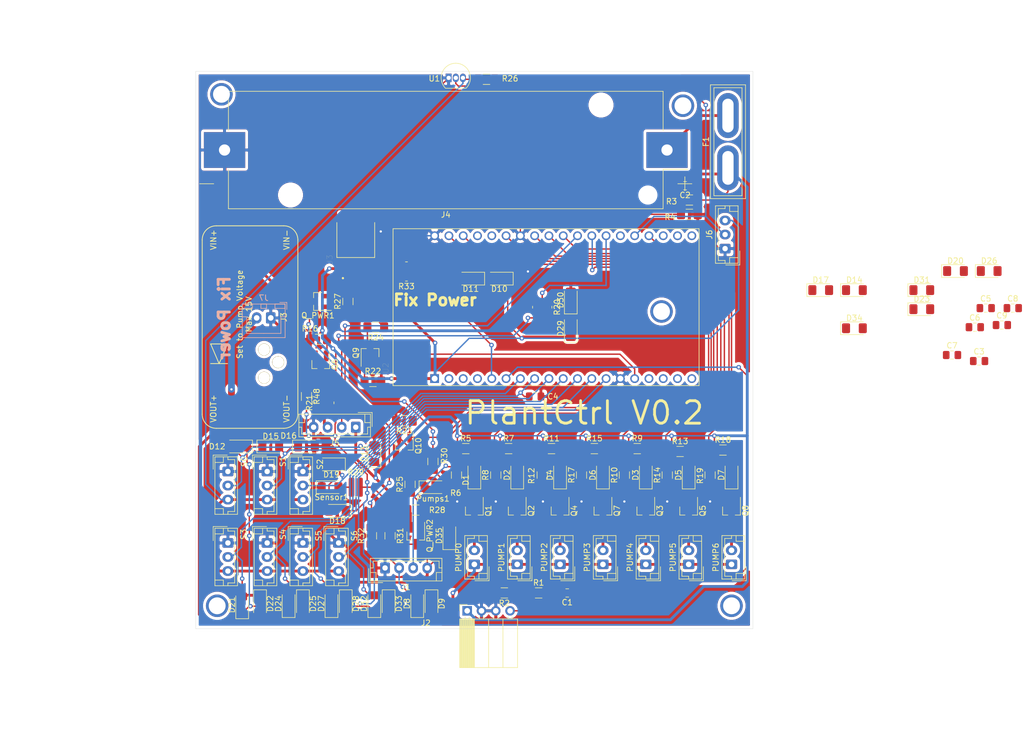
<source format=kicad_pcb>
(kicad_pcb (version 20171130) (host pcbnew 5.1.7)
  (layers (0 F.Cu signal) (31 B.Cu signal) (34 B.Paste user) (35 F.Paste user) (36 B.SilkS user) (37 F.SilkS user) (38 B.Mask user) (39 F.Mask user) (44 Edge.Cuts user))
  (net 0 "")
  (net 1 PLANT1_PUMP)
  (net 2 PLANT2_PUMP)
  (net 3 PLANT3_PUMP)
  (net 4 PLANT4_PUMP)
  (net 5 PLANT5_PUMP)
  (net 6 PLANT6_PUMP)
  (net 7 GND)
  (net 8 PLANT6_MOIST)
  (net 9 PLANT5_MOIST)
  (net 10 PLANT4_MOIST)
  (net 11 PLANT3_MOIST)
  (net 12 PLANT2_MOIST)
  (net 13 PLANT1_MOIST)
  (net 14 "Net-(D1-Pad2)")
  (net 15 PLANT_CTRL_PUMP_0)
  (net 16 "Net-(D2-Pad2)")
  (net 17 "Net-(D3-Pad2)")
  (net 18 "Net-(D4-Pad2)")
  (net 19 "Net-(D5-Pad2)")
  (net 20 "Net-(D6-Pad2)")
  (net 21 "Net-(D7-Pad2)")
  (net 22 LIPO+)
  (net 23 SOLAR_IN)
  (net 24 PUMP_PWR)
  (net 25 PWR_PUMP_CONVERTER)
  (net 26 "Net-(F1-Pad2)")
  (net 27 "Net-(J5-Pad3)")
  (net 28 3_3V)
  (net 29 Temp)
  (net 30 PLANT0_PUMP)
  (net 31 "Net-(Q6-Pad3)")
  (net 32 CUSTOM_GPIO)
  (net 33 "Net-(Q9-Pad3)")
  (net 34 "Net-(Q10-Pad3)")
  (net 35 "Net-(Q_PWR1-Pad1)")
  (net 36 PWR_SENSORS)
  (net 37 "Net-(Q_PWR2-Pad1)")
  (net 38 "Net-(R32-Pad2)")
  (net 39 TANK_ECHO)
  (net 40 PLANT0_MOIST)
  (net 41 "Net-(R29-Pad2)")
  (net 42 "Net-(R29-Pad1)")
  (net 43 "Net-(Pumps1-Pad2)")
  (net 44 "Net-(C1-Pad2)")
  (net 45 "Net-(C2-Pad2)")
  (net 46 "Net-(D29-Pad2)")
  (net 47 "Net-(Q1-Pad1)")
  (net 48 "Net-(Q2-Pad1)")
  (net 49 "Net-(Q3-Pad1)")
  (net 50 "Net-(Q4-Pad1)")
  (net 51 "Net-(Q5-Pad1)")
  (net 52 "Net-(Q6-Pad1)")
  (net 53 "Net-(Q7-Pad1)")
  (net 54 "Net-(Q8-Pad1)")
  (net 55 "Net-(Q9-Pad1)")
  (net 56 "Net-(Q10-Pad1)")
  (module LED_SMD:LED_1206_3216Metric_Pad1.42x1.75mm_HandSolder (layer F.Cu) (at 219.71 112.395 90)
    (fp_text reference D1 (at -0.889 -1.524 90) (layer F.SilkS))
    (fp_text value LED)
    (pad 2 smd roundrect (at 1.4875 0 90) (size 1.425 1.75) (layers F.Cu F.Paste F.Mask) (roundrect_rratio 0.175439) (net 14 "Net-(D1-Pad2)"))
    (pad 1 smd roundrect (at -1.4875 0 90) (size 1.425 1.75) (layers F.Cu F.Paste F.Mask) (roundrect_rratio 0.175439) (net 30 PLANT0_PUMP))
  )
  (module misc_footprints:BatteryHolder_Keystone_1042_1x18650 (layer F.Cu) (at 214.63 54.61 180)
    (fp_text reference J4 (at 0 -11.5) (layer F.SilkS))
    (fp_text value Conn_01x02_Female)
    (pad 1 thru_hole rect (at -39.33 0 180) (size 7.34 6.35) (drill 2) (layers *.Cu *.Mask) (net 26 "Net-(F1-Pad2)"))
    (pad 2 thru_hole rect (at 39.33 0 180) (size 7.34 6.35) (drill 2) (layers *.Cu *.Mask) (net 7 GND))
    (pad "" np_thru_hole circle (at 27.6 -8 180) (size 3.45 3.45) (drill 3.45) (layers *.Cu *.Mask))
    (pad "" np_thru_hole circle (at -27.6 8 180) (size 3.45 3.45) (drill 3.45) (layers *.Cu *.Mask))
    (pad "" np_thru_hole circle (at -35.93 -8 180) (size 2.39 2.39) (drill 2.39) (layers *.Cu *.Mask))
  )
  (module Resistor_SMD:R_1206_3216Metric_Pad1.42x1.75mm_HandSolder (layer F.Cu) (at 231.14 133.35)
    (fp_text reference R1 (at 0 -1.82) (layer F.SilkS))
    (fp_text value 100k)
    (pad 2 smd roundrect (at 1.4875 0) (size 1.425 1.75) (layers F.Cu F.Paste F.Mask) (roundrect_rratio 0.175439) (net 23 SOLAR_IN))
    (pad 1 smd roundrect (at -1.4875 0) (size 1.425 1.75) (layers F.Cu F.Paste F.Mask) (roundrect_rratio 0.175439) (net 44 "Net-(C1-Pad2)"))
  )
  (module Resistor_SMD:R_1206_3216Metric_Pad1.42x1.75mm_HandSolder (layer F.Cu) (at 197.231 81.534 90)
    (fp_text reference R27 (at 0 -1.82 90) (layer F.SilkS))
    (fp_text value 47k)
    (pad 2 smd roundrect (at 1.4875 0 90) (size 1.425 1.75) (layers F.Cu F.Paste F.Mask) (roundrect_rratio 0.175439) (net 22 LIPO+))
    (pad 1 smd roundrect (at -1.4875 0 90) (size 1.425 1.75) (layers F.Cu F.Paste F.Mask) (roundrect_rratio 0.175439) (net 35 "Net-(Q_PWR1-Pad1)"))
  )
  (module Resistor_SMD:R_1206_3216Metric_Pad1.42x1.75mm_HandSolder (layer F.Cu) (at 202.184 86.106 180)
    (fp_text reference R24 (at 0 -1.82) (layer F.SilkS))
    (fp_text value 10k)
    (pad 2 smd roundrect (at 1.4875 0 180) (size 1.425 1.75) (layers F.Cu F.Paste F.Mask) (roundrect_rratio 0.175439) (net 33 "Net-(Q9-Pad3)"))
    (pad 1 smd roundrect (at -1.4875 0 180) (size 1.425 1.75) (layers F.Cu F.Paste F.Mask) (roundrect_rratio 0.175439) (net 35 "Net-(Q_PWR1-Pad1)"))
  )
  (module Resistor_SMD:R_1206_3216Metric_Pad1.42x1.75mm_HandSolder (layer F.Cu) (at 201.676 95.758)
    (fp_text reference R22 (at 0 -1.82) (layer F.SilkS))
    (fp_text value R)
    (pad 2 smd roundrect (at 1.4875 0) (size 1.425 1.75) (layers F.Cu F.Paste F.Mask) (roundrect_rratio 0.175439) (net 7 GND))
    (pad 1 smd roundrect (at -1.4875 0) (size 1.425 1.75) (layers F.Cu F.Paste F.Mask) (roundrect_rratio 0.175439) (net 55 "Net-(Q9-Pad1)"))
  )
  (module Package_TO_SOT_SMD:SOT-23_Handsoldering (layer F.Cu) (at 191.897 81.534 180)
    (fp_text reference Q_PWR1 (at 0 -2.5) (layer F.SilkS))
    (fp_text value BSS84)
    (pad 3 smd rect (at 1.5 0 180) (size 1.9 0.8) (layers F.Cu F.Paste F.Mask) (net 25 PWR_PUMP_CONVERTER))
    (pad 2 smd rect (at -1.5 0.95 180) (size 1.9 0.8) (layers F.Cu F.Paste F.Mask) (net 22 LIPO+))
    (pad 1 smd rect (at -1.5 -0.95 180) (size 1.9 0.8) (layers F.Cu F.Paste F.Mask) (net 35 "Net-(Q_PWR1-Pad1)"))
  )
  (module Package_TO_SOT_SMD:SOT-23_Handsoldering (layer F.Cu) (at 201.168 90.678 90)
    (fp_text reference Q9 (at 0 -2.5 90) (layer F.SilkS))
    (fp_text value SL2300)
    (pad 3 smd rect (at 1.5 0 90) (size 1.9 0.8) (layers F.Cu F.Paste F.Mask) (net 33 "Net-(Q9-Pad3)"))
    (pad 2 smd rect (at -1.5 0.95 90) (size 1.9 0.8) (layers F.Cu F.Paste F.Mask) (net 7 GND))
    (pad 1 smd rect (at -1.5 -0.95 90) (size 1.9 0.8) (layers F.Cu F.Paste F.Mask) (net 55 "Net-(Q9-Pad1)"))
  )
  (module LED_SMD:LED_1206_3216Metric_Pad1.42x1.75mm_HandSolder (layer F.Cu) (at 265.43 112.395 90)
    (fp_text reference D7 (at 0 -1.82 90) (layer F.SilkS))
    (fp_text value LED)
    (pad 2 smd roundrect (at 1.4875 0 90) (size 1.425 1.75) (layers F.Cu F.Paste F.Mask) (roundrect_rratio 0.175439) (net 21 "Net-(D7-Pad2)"))
    (pad 1 smd roundrect (at -1.4875 0 90) (size 1.425 1.75) (layers F.Cu F.Paste F.Mask) (roundrect_rratio 0.175439) (net 6 PLANT6_PUMP))
  )
  (module Resistor_SMD:R_1206_3216Metric_Pad1.42x1.75mm_HandSolder (layer F.Cu) (at 204.724 123.19 270)
    (fp_text reference R31 (at 0 -1.82 90) (layer F.SilkS))
    (fp_text value 255)
    (pad 2 smd roundrect (at 1.4875 0 270) (size 1.425 1.75) (layers F.Cu F.Paste F.Mask) (roundrect_rratio 0.175439) (net 36 PWR_SENSORS))
    (pad 1 smd roundrect (at -1.4875 0 270) (size 1.425 1.75) (layers F.Cu F.Paste F.Mask) (roundrect_rratio 0.175439) (net 41 "Net-(R29-Pad2)"))
  )
  (module Resistor_SMD:R_1206_3216Metric_Pad1.42x1.75mm_HandSolder (layer F.Cu) (at 212.344 109.982 270)
    (fp_text reference R30 (at -1.016 -2.032 90) (layer F.SilkS))
    (fp_text value 255)
    (pad 2 smd roundrect (at 1.4875 0 270) (size 1.425 1.75) (layers F.Cu F.Paste F.Mask) (roundrect_rratio 0.175439) (net 43 "Net-(Pumps1-Pad2)"))
    (pad 1 smd roundrect (at -1.4875 0 270) (size 1.425 1.75) (layers F.Cu F.Paste F.Mask) (roundrect_rratio 0.175439) (net 25 PWR_PUMP_CONVERTER))
  )
  (module Resistor_SMD:R_0612_1632Metric (layer F.Cu) (at 198.628 114.554)
    (fp_text reference R29 (at 0 -2.65) (layer F.SilkS))
    (fp_text value 0)
    (pad 2 smd roundrect (at 0.75 0) (size 1 3.4) (layers F.Cu F.Paste F.Mask) (net 41 "Net-(R29-Pad2)"))
    (pad 1 smd roundrect (at -0.75 0) (size 1 3.4) (layers F.Cu F.Paste F.Mask) (net 42 "Net-(R29-Pad1)"))
  )
  (module Resistor_SMD:R_1206_3216Metric_Pad1.42x1.75mm_HandSolder (layer F.Cu) (at 209.296 118.618 180)
    (fp_text reference R28 (at -3.81 0) (layer F.SilkS))
    (fp_text value 47k)
    (pad 2 smd roundrect (at 1.4875 0 180) (size 1.425 1.75) (layers F.Cu F.Paste F.Mask) (roundrect_rratio 0.175439) (net 22 LIPO+))
    (pad 1 smd roundrect (at -1.4875 0 180) (size 1.425 1.75) (layers F.Cu F.Paste F.Mask) (roundrect_rratio 0.175439) (net 37 "Net-(Q_PWR2-Pad1)"))
  )
  (module Resistor_SMD:R_1206_3216Metric_Pad1.42x1.75mm_HandSolder (layer F.Cu) (at 208.28 114.046 90)
    (fp_text reference R25 (at 0 -1.82 90) (layer F.SilkS))
    (fp_text value 10k)
    (pad 2 smd roundrect (at 1.4875 0 90) (size 1.425 1.75) (layers F.Cu F.Paste F.Mask) (roundrect_rratio 0.175439) (net 34 "Net-(Q10-Pad3)"))
    (pad 1 smd roundrect (at -1.4875 0 90) (size 1.425 1.75) (layers F.Cu F.Paste F.Mask) (roundrect_rratio 0.175439) (net 37 "Net-(Q_PWR2-Pad1)"))
  )
  (module Resistor_SMD:R_1206_3216Metric_Pad1.42x1.75mm_HandSolder (layer F.Cu) (at 207.264 102.743 180)
    (fp_text reference R23 (at 0 -1.82) (layer F.SilkS))
    (fp_text value 47k)
    (pad 2 smd roundrect (at 1.4875 0 180) (size 1.425 1.75) (layers F.Cu F.Paste F.Mask) (roundrect_rratio 0.175439) (net 7 GND))
    (pad 1 smd roundrect (at -1.4875 0 180) (size 1.425 1.75) (layers F.Cu F.Paste F.Mask) (roundrect_rratio 0.175439) (net 56 "Net-(Q10-Pad1)"))
  )
  (module Package_TO_SOT_SMD:SOT-23_Handsoldering (layer F.Cu) (at 209.296 123.19 270)
    (fp_text reference Q_PWR2 (at 0 -2.5 90) (layer F.SilkS))
    (fp_text value BSS84)
    (pad 3 smd rect (at 1.5 0 270) (size 1.9 0.8) (layers F.Cu F.Paste F.Mask) (net 36 PWR_SENSORS))
    (pad 2 smd rect (at -1.5 0.95 270) (size 1.9 0.8) (layers F.Cu F.Paste F.Mask) (net 22 LIPO+))
    (pad 1 smd rect (at -1.5 -0.95 270) (size 1.9 0.8) (layers F.Cu F.Paste F.Mask) (net 37 "Net-(Q_PWR2-Pad1)"))
  )
  (module Package_TO_SOT_SMD:SOT-23_Handsoldering (layer F.Cu) (at 207.264 107.188 270)
    (fp_text reference Q10 (at 0 -2.5 90) (layer F.SilkS))
    (fp_text value SL2300)
    (pad 3 smd rect (at 1.5 0 270) (size 1.9 0.8) (layers F.Cu F.Paste F.Mask) (net 34 "Net-(Q10-Pad3)"))
    (pad 2 smd rect (at -1.5 0.95 270) (size 1.9 0.8) (layers F.Cu F.Paste F.Mask) (net 7 GND))
    (pad 1 smd rect (at -1.5 -0.95 270) (size 1.9 0.8) (layers F.Cu F.Paste F.Mask) (net 56 "Net-(Q10-Pad1)"))
  )
  (module LED_SMD:LED_1206_3216Metric_Pad1.42x1.75mm_HandSolder (layer F.Cu) (at 194.056 114.554)
    (fp_text reference Sensor1 (at 0.254 1.778) (layer F.SilkS))
    (fp_text value LED)
    (pad 2 smd roundrect (at 1.4875 0) (size 1.425 1.75) (layers F.Cu F.Paste F.Mask) (roundrect_rratio 0.175439) (net 42 "Net-(R29-Pad1)"))
    (pad 1 smd roundrect (at -1.4875 0) (size 1.425 1.75) (layers F.Cu F.Paste F.Mask) (roundrect_rratio 0.175439) (net 7 GND))
  )
  (module LED_SMD:LED_1206_3216Metric_Pad1.42x1.75mm_HandSolder (layer F.Cu) (at 212.344 114.554)
    (fp_text reference Pumps1 (at 0 2.032) (layer F.SilkS))
    (fp_text value LED)
    (pad 2 smd roundrect (at 1.4875 0) (size 1.425 1.75) (layers F.Cu F.Paste F.Mask) (roundrect_rratio 0.175439) (net 43 "Net-(Pumps1-Pad2)"))
    (pad 1 smd roundrect (at -1.4875 0) (size 1.425 1.75) (layers F.Cu F.Paste F.Mask) (roundrect_rratio 0.175439) (net 7 GND))
  )
  (module ESP32:MODULE_ESP32-DEVKITC-32D (layer F.Cu) (at 232.41 82.55 90)
    (fp_text reference U2 (at -10.829175 -28.446045 90) (layer F.SilkS) (effects (font (size 1.000386 1.000386) (thickness 0.015))))
    (fp_text value ESP32-DEVKITC-32D)
    (pad 38 thru_hole circle (at 12.7 25.96 90) (size 1.56 1.56) (drill 1.04) (layers *.Cu *.Mask))
    (pad 37 thru_hole circle (at 12.7 23.42 90) (size 1.56 1.56) (drill 1.04) (layers *.Cu *.Mask))
    (pad 36 thru_hole circle (at 12.7 20.88 90) (size 1.56 1.56) (drill 1.04) (layers *.Cu *.Mask))
    (pad 35 thru_hole circle (at 12.7 18.34 90) (size 1.56 1.56) (drill 1.04) (layers *.Cu *.Mask))
    (pad 34 thru_hole circle (at 12.7 15.8 90) (size 1.56 1.56) (drill 1.04) (layers *.Cu *.Mask) (net 29 Temp))
    (pad 33 thru_hole circle (at 12.7 13.26 90) (size 1.56 1.56) (drill 1.04) (layers *.Cu *.Mask))
    (pad 32 thru_hole circle (at 12.7 10.72 90) (size 1.56 1.56) (drill 1.04) (layers *.Cu *.Mask) (net 32 CUSTOM_GPIO))
    (pad 31 thru_hole circle (at 12.7 8.18 90) (size 1.56 1.56) (drill 1.04) (layers *.Cu *.Mask))
    (pad 30 thru_hole circle (at 12.7 5.64 90) (size 1.56 1.56) (drill 1.04) (layers *.Cu *.Mask) (net 38 "Net-(R32-Pad2)"))
    (pad 29 thru_hole circle (at 12.7 3.1 90) (size 1.56 1.56) (drill 1.04) (layers *.Cu *.Mask))
    (pad 28 thru_hole circle (at 12.7 0.56 90) (size 1.56 1.56) (drill 1.04) (layers *.Cu *.Mask))
    (pad 27 thru_hole circle (at 12.7 -1.98 90) (size 1.56 1.56) (drill 1.04) (layers *.Cu *.Mask))
    (pad 26 thru_hole circle (at 12.7 -4.52 90) (size 1.56 1.56) (drill 1.04) (layers *.Cu *.Mask) (net 7 GND))
    (pad 25 thru_hole circle (at 12.7 -7.06 90) (size 1.56 1.56) (drill 1.04) (layers *.Cu *.Mask))
    (pad 24 thru_hole circle (at 12.7 -9.6 90) (size 1.56 1.56) (drill 1.04) (layers *.Cu *.Mask))
    (pad 23 thru_hole circle (at 12.7 -12.14 90) (size 1.56 1.56) (drill 1.04) (layers *.Cu *.Mask))
    (pad 22 thru_hole circle (at 12.7 -14.68 90) (size 1.56 1.56) (drill 1.04) (layers *.Cu *.Mask))
    (pad 21 thru_hole circle (at 12.7 -17.22 90) (size 1.56 1.56) (drill 1.04) (layers *.Cu *.Mask) (net 15 PLANT_CTRL_PUMP_0))
    (pad 20 thru_hole circle (at 12.7 -19.76 90) (size 1.56 1.56) (drill 1.04) (layers *.Cu *.Mask) (net 7 GND))
    (pad 18 thru_hole circle (at -12.7 23.42 90) (size 1.56 1.56) (drill 1.04) (layers *.Cu *.Mask))
    (pad 17 thru_hole circle (at -12.7 20.88 90) (size 1.56 1.56) (drill 1.04) (layers *.Cu *.Mask))
    (pad 16 thru_hole circle (at -12.7 18.34 90) (size 1.56 1.56) (drill 1.04) (layers *.Cu *.Mask))
    (pad 15 thru_hole circle (at -12.7 15.8 90) (size 1.56 1.56) (drill 1.04) (layers *.Cu *.Mask))
    (pad 14 thru_hole circle (at -12.7 13.26 90) (size 1.56 1.56) (drill 1.04) (layers *.Cu *.Mask) (net 7 GND))
    (pad 13 thru_hole circle (at -12.7 10.72 90) (size 1.56 1.56) (drill 1.04) (layers *.Cu *.Mask) (net 8 PLANT6_MOIST))
    (pad 12 thru_hole circle (at -12.7 8.18 90) (size 1.56 1.56) (drill 1.04) (layers *.Cu *.Mask) (net 9 PLANT5_MOIST))
    (pad 11 thru_hole circle (at -12.7 5.64 90) (size 1.56 1.56) (drill 1.04) (layers *.Cu *.Mask) (net 10 PLANT4_MOIST))
    (pad 10 thru_hole circle (at -12.7 3.1 90) (size 1.56 1.56) (drill 1.04) (layers *.Cu *.Mask) (net 11 PLANT3_MOIST))
    (pad 9 thru_hole circle (at -12.7 0.56 90) (size 1.56 1.56) (drill 1.04) (layers *.Cu *.Mask) (net 12 PLANT2_MOIST))
    (pad 8 thru_hole circle (at -12.7 -1.98 90) (size 1.56 1.56) (drill 1.04) (layers *.Cu *.Mask) (net 13 PLANT1_MOIST))
    (pad 7 thru_hole circle (at -12.7 -4.52 90) (size 1.56 1.56) (drill 1.04) (layers *.Cu *.Mask) (net 40 PLANT0_MOIST))
    (pad 6 thru_hole circle (at -12.7 -7.06 90) (size 1.56 1.56) (drill 1.04) (layers *.Cu *.Mask) (net 44 "Net-(C1-Pad2)"))
    (pad 5 thru_hole circle (at -12.7 -9.6 90) (size 1.56 1.56) (drill 1.04) (layers *.Cu *.Mask) (net 45 "Net-(C2-Pad2)"))
    (pad 4 thru_hole circle (at -12.7 -12.14 90) (size 1.56 1.56) (drill 1.04) (layers *.Cu *.Mask))
    (pad 3 thru_hole circle (at -12.7 -14.68 90) (size 1.56 1.56) (drill 1.04) (layers *.Cu *.Mask))
    (pad 19 thru_hole circle (at -12.7 25.96 90) (size 1.56 1.56) (drill 1.04) (layers *.Cu *.Mask))
    (pad 2 thru_hole circle (at -12.7 -17.22 90) (size 1.56 1.56) (drill 1.04) (layers *.Cu *.Mask))
    (pad 1 thru_hole rect (at -12.7 -19.76 90) (size 1.56 1.56) (drill 1.04) (layers *.Cu *.Mask) (net 28 3_3V))
  )
  (module Resistor_SMD:R_1206_3216Metric_Pad1.42x1.75mm_HandSolder (layer F.Cu) (at 257.937 66.04)
    (fp_text reference R4 (at -3.429 0.508) (layer F.SilkS))
    (fp_text value 47k8)
    (pad 2 smd roundrect (at 1.4875 0) (size 1.425 1.75) (layers F.Cu F.Paste F.Mask) (roundrect_rratio 0.175439) (net 7 GND))
    (pad 1 smd roundrect (at -1.4875 0) (size 1.425 1.75) (layers F.Cu F.Paste F.Mask) (roundrect_rratio 0.175439) (net 45 "Net-(C2-Pad2)"))
  )
  (module Resistor_SMD:R_1206_3216Metric_Pad1.42x1.75mm_HandSolder (layer F.Cu) (at 257.937 63.5 180)
    (fp_text reference R3 (at 3.175 -0.254) (layer F.SilkS))
    (fp_text value 33k)
    (pad 2 smd roundrect (at 1.4875 0 180) (size 1.425 1.75) (layers F.Cu F.Paste F.Mask) (roundrect_rratio 0.175439) (net 45 "Net-(C2-Pad2)"))
    (pad 1 smd roundrect (at -1.4875 0 180) (size 1.425 1.75) (layers F.Cu F.Paste F.Mask) (roundrect_rratio 0.175439) (net 22 LIPO+))
  )
  (module Resistor_SMD:R_1206_3216Metric_Pad1.42x1.75mm_HandSolder (layer F.Cu) (at 225.044 133.35 180)
    (fp_text reference R2 (at 0 -1.82) (layer F.SilkS))
    (fp_text value 33k)
    (pad 2 smd roundrect (at 1.4875 0 180) (size 1.425 1.75) (layers F.Cu F.Paste F.Mask) (roundrect_rratio 0.175439) (net 7 GND))
    (pad 1 smd roundrect (at -1.4875 0 180) (size 1.425 1.75) (layers F.Cu F.Paste F.Mask) (roundrect_rratio 0.175439) (net 44 "Net-(C1-Pad2)"))
  )
  (module Connector_PinSocket_2.54mm:PinSocket_1x04_P2.54mm_Horizontal (layer F.Cu) (at 218.44 136.525 90)
    (fp_text reference J2 (at -2.159 -7.366 180) (layer F.SilkS))
    (fp_text value Conn_01x04)
    (pad 4 thru_hole oval (at 0 7.62 90) (size 1.7 1.7) (drill 1) (layers *.Cu *.Mask) (net 23 SOLAR_IN))
    (pad 3 thru_hole oval (at 0 5.08 90) (size 1.7 1.7) (drill 1) (layers *.Cu *.Mask) (net 7 GND))
    (pad 2 thru_hole oval (at 0 2.54 90) (size 1.7 1.7) (drill 1) (layers *.Cu *.Mask) (net 7 GND))
    (pad 1 thru_hole rect (at 0 0 90) (size 1.7 1.7) (drill 1) (layers *.Cu *.Mask) (net 22 LIPO+))
  )
  (module Connector_JST:JST_EH_B4B-EH-A_1x04_P2.50mm_Vertical (layer F.Cu) (at 203.835 128.905)
    (fp_text reference J1 (at 3.683 3.429) (layer F.SilkS))
    (fp_text value Conn_01x04)
    (pad 4 thru_hole oval (at 7.5 0) (size 1.7 1.95) (drill 0.95) (layers *.Cu *.Mask) (net 36 PWR_SENSORS))
    (pad 3 thru_hole oval (at 5 0) (size 1.7 1.95) (drill 0.95) (layers *.Cu *.Mask) (net 15 PLANT_CTRL_PUMP_0))
    (pad 2 thru_hole oval (at 2.5 0) (size 1.7 1.95) (drill 0.95) (layers *.Cu *.Mask) (net 39 TANK_ECHO))
    (pad 1 thru_hole roundrect (at 0 0) (size 1.7 1.95) (drill 0.95) (layers *.Cu *.Mask) (roundrect_rratio 0.147059) (net 7 GND))
  )
  (module Fuse:Fuse_Blade_ATO_directSolder (layer F.Cu) (at 264.795 57.785 90)
    (fp_text reference F1 (at 4.65 -3.9 90) (layer F.SilkS))
    (fp_text value Fuse)
    (pad 2 thru_hole oval (at 9.3 0 90) (size 8 3.8) (drill oval 6 2) (layers *.Cu *.Mask) (net 26 "Net-(F1-Pad2)"))
    (pad 1 thru_hole oval (at 0 0 90) (size 8 3.8) (drill oval 6 2) (layers *.Cu *.Mask) (net 22 LIPO+))
  )
  (module ESP32:DPAK457P991X255-3N (layer F.Cu) (at 198.628 71.374 90)
    (fp_text reference U3 (at -2.825 -4.635 90) (layer F.SilkS) (effects (font (thickness 0.015))))
    (fp_text value LP38690DT-3.3)
    (pad 4 smd rect (at 2.32 0 90) (size 6.49 5.63) (layers F.Cu F.Mask) (net 7 GND))
    (pad 3 smd rect (at -4.45 2.285 90) (size 2.22 0.96) (layers F.Cu F.Paste F.Mask) (net 22 LIPO+))
    (pad 1 smd rect (at -4.45 -2.285 90) (size 2.22 0.96) (layers F.Cu F.Paste F.Mask) (net 28 3_3V))
  )
  (module Package_TO_SOT_THT:TO-92_Inline (layer F.Cu) (at 215.138 41.783)
    (fp_text reference U1 (at -2.54 0.127) (layer F.SilkS))
    (fp_text value DS18B20)
    (pad 1 thru_hole rect (at 0 0) (size 1.05 1.5) (drill 0.75) (layers *.Cu *.Mask) (net 7 GND))
    (pad 3 thru_hole oval (at 2.54 0) (size 1.05 1.5) (drill 0.75) (layers *.Cu *.Mask) (net 36 PWR_SENSORS))
    (pad 2 thru_hole oval (at 1.27 0) (size 1.05 1.5) (drill 0.75) (layers *.Cu *.Mask) (net 29 Temp))
  )
  (module Connector_JST:JST_EH_B3B-EH-A_1x03_P2.50mm_Vertical (layer F.Cu) (at 195.58 124.46 270)
    (fp_text reference S6 (at -1.27 -2.794 90) (layer F.SilkS))
    (fp_text value Conn_01x03_Male)
    (pad 3 thru_hole oval (at 5 0 270) (size 1.7 1.95) (drill 0.95) (layers *.Cu *.Mask) (net 36 PWR_SENSORS))
    (pad 2 thru_hole oval (at 2.5 0 270) (size 1.7 1.95) (drill 0.95) (layers *.Cu *.Mask))
    (pad 1 thru_hole roundrect (at 0 0 270) (size 1.7 1.95) (drill 0.95) (layers *.Cu *.Mask) (roundrect_rratio 0.147059) (net 7 GND))
  )
  (module Connector_JST:JST_EH_B3B-EH-A_1x03_P2.50mm_Vertical (layer F.Cu) (at 189.23 124.46 270)
    (fp_text reference S5 (at -1.27 -2.794 90) (layer F.SilkS))
    (fp_text value Conn_01x03_Male)
    (pad 3 thru_hole oval (at 5 0 270) (size 1.7 1.95) (drill 0.95) (layers *.Cu *.Mask) (net 36 PWR_SENSORS))
    (pad 2 thru_hole oval (at 2.5 0 270) (size 1.7 1.95) (drill 0.95) (layers *.Cu *.Mask))
    (pad 1 thru_hole roundrect (at 0 0 270) (size 1.7 1.95) (drill 0.95) (layers *.Cu *.Mask) (roundrect_rratio 0.147059) (net 7 GND))
  )
  (module Connector_JST:JST_EH_B3B-EH-A_1x03_P2.50mm_Vertical (layer F.Cu) (at 182.88 124.46 270)
    (fp_text reference S4 (at -1.524 -2.794 90) (layer F.SilkS))
    (fp_text value Conn_01x03_Male)
    (pad 3 thru_hole oval (at 5 0 270) (size 1.7 1.95) (drill 0.95) (layers *.Cu *.Mask) (net 36 PWR_SENSORS))
    (pad 2 thru_hole oval (at 2.5 0 270) (size 1.7 1.95) (drill 0.95) (layers *.Cu *.Mask))
    (pad 1 thru_hole roundrect (at 0 0 270) (size 1.7 1.95) (drill 0.95) (layers *.Cu *.Mask) (roundrect_rratio 0.147059) (net 7 GND))
  )
  (module Connector_JST:JST_EH_B3B-EH-A_1x03_P2.50mm_Vertical (layer F.Cu) (at 175.895 124.46 270)
    (fp_text reference S3 (at -1.524 -2.8 90) (layer F.SilkS))
    (fp_text value Conn_01x03_Male)
    (pad 3 thru_hole oval (at 5 0 270) (size 1.7 1.95) (drill 0.95) (layers *.Cu *.Mask) (net 36 PWR_SENSORS))
    (pad 2 thru_hole oval (at 2.5 0 270) (size 1.7 1.95) (drill 0.95) (layers *.Cu *.Mask))
    (pad 1 thru_hole roundrect (at 0 0 270) (size 1.7 1.95) (drill 0.95) (layers *.Cu *.Mask) (roundrect_rratio 0.147059) (net 7 GND))
  )
  (module Connector_JST:JST_EH_B3B-EH-A_1x03_P2.50mm_Vertical (layer F.Cu) (at 189.23 111.76 270)
    (fp_text reference S2 (at -1.27 -3.048 90) (layer F.SilkS))
    (fp_text value Conn_01x03_Male)
    (pad 3 thru_hole oval (at 5 0 270) (size 1.7 1.95) (drill 0.95) (layers *.Cu *.Mask) (net 36 PWR_SENSORS))
    (pad 2 thru_hole oval (at 2.5 0 270) (size 1.7 1.95) (drill 0.95) (layers *.Cu *.Mask))
    (pad 1 thru_hole roundrect (at 0 0 270) (size 1.7 1.95) (drill 0.95) (layers *.Cu *.Mask) (roundrect_rratio 0.147059) (net 7 GND))
  )
  (module Connector_JST:JST_EH_B3B-EH-A_1x03_P2.50mm_Vertical (layer F.Cu) (at 182.88 111.76 270)
    (fp_text reference S1 (at -1.778 -2.794 90) (layer F.SilkS))
    (fp_text value Conn_01x03_Male)
    (pad 3 thru_hole oval (at 5 0 270) (size 1.7 1.95) (drill 0.95) (layers *.Cu *.Mask) (net 36 PWR_SENSORS))
    (pad 2 thru_hole oval (at 2.5 0 270) (size 1.7 1.95) (drill 0.95) (layers *.Cu *.Mask))
    (pad 1 thru_hole roundrect (at 0 0 270) (size 1.7 1.95) (drill 0.95) (layers *.Cu *.Mask) (roundrect_rratio 0.147059) (net 7 GND))
  )
  (module Connector_JST:JST_EH_B3B-EH-A_1x03_P2.50mm_Vertical (layer F.Cu) (at 175.895 111.76 270)
    (fp_text reference S0 (at -1.778 -2.921 90) (layer F.SilkS))
    (fp_text value Conn_01x03_Male)
    (pad 3 thru_hole oval (at 5 0 270) (size 1.7 1.95) (drill 0.95) (layers *.Cu *.Mask) (net 36 PWR_SENSORS))
    (pad 2 thru_hole oval (at 2.5 0 270) (size 1.7 1.95) (drill 0.95) (layers *.Cu *.Mask))
    (pad 1 thru_hole roundrect (at 0 0 270) (size 1.7 1.95) (drill 0.95) (layers *.Cu *.Mask) (roundrect_rratio 0.147059) (net 7 GND))
  )
  (module Resistor_SMD:R_1206_3216Metric_Pad1.42x1.75mm_HandSolder (layer F.Cu) (at 201.422 123.19 90)
    (fp_text reference R32 (at 0 -1.82 90) (layer F.SilkS))
    (fp_text value 10k)
    (pad 2 smd roundrect (at 1.4875 0 90) (size 1.425 1.75) (layers F.Cu F.Paste F.Mask) (roundrect_rratio 0.175439) (net 38 "Net-(R32-Pad2)"))
    (pad 1 smd roundrect (at -1.4875 0 90) (size 1.425 1.75) (layers F.Cu F.Paste F.Mask) (roundrect_rratio 0.175439) (net 39 TANK_ECHO))
  )
  (module Resistor_SMD:R_1206_3216Metric_Pad1.42x1.75mm_HandSolder (layer F.Cu) (at 221.869 42.037 180)
    (fp_text reference R26 (at -4.191 0.127) (layer F.SilkS))
    (fp_text value 4k7)
    (pad 2 smd roundrect (at 1.4875 0 180) (size 1.425 1.75) (layers F.Cu F.Paste F.Mask) (roundrect_rratio 0.175439) (net 36 PWR_SENSORS))
    (pad 1 smd roundrect (at -1.4875 0 180) (size 1.425 1.75) (layers F.Cu F.Paste F.Mask) (roundrect_rratio 0.175439) (net 29 Temp))
  )
  (module Resistor_SMD:R_0612_1632Metric (layer F.Cu) (at 193.04 99.556 90)
    (fp_text reference R21 (at 0 -2.65 90) (layer F.SilkS))
    (fp_text value R)
    (pad 2 smd roundrect (at 0.75 0 90) (size 1 3.4) (layers F.Cu F.Paste F.Mask) (net 31 "Net-(Q6-Pad3)"))
    (pad 1 smd roundrect (at -0.75 0 90) (size 1 3.4) (layers F.Cu F.Paste F.Mask) (net 27 "Net-(J5-Pad3)"))
  )
  (module Resistor_SMD:R_0612_1632Metric (layer F.Cu) (at 231.775 82.55 270)
    (fp_text reference R20 (at 0 -2.65 90) (layer F.SilkS))
    (fp_text value R)
    (pad 2 smd roundrect (at 0.75 0 270) (size 1 3.4) (layers F.Cu F.Paste F.Mask) (net 46 "Net-(D29-Pad2)"))
    (pad 1 smd roundrect (at -0.75 0 270) (size 1 3.4) (layers F.Cu F.Paste F.Mask) (net 32 CUSTOM_GPIO))
  )
  (module Resistor_SMD:R_1206_3216Metric_Pad1.42x1.75mm_HandSolder (layer F.Cu) (at 261.62 112.395 270)
    (fp_text reference R19 (at 0.127 1.778 90) (layer F.SilkS))
    (fp_text value 47k)
    (pad 2 smd roundrect (at 1.4875 0 270) (size 1.425 1.75) (layers F.Cu F.Paste F.Mask) (roundrect_rratio 0.175439) (net 7 GND))
    (pad 1 smd roundrect (at -1.4875 0 270) (size 1.425 1.75) (layers F.Cu F.Paste F.Mask) (roundrect_rratio 0.175439) (net 54 "Net-(Q8-Pad1)"))
  )
  (module Resistor_SMD:R_1206_3216Metric_Pad1.42x1.75mm_HandSolder (layer F.Cu) (at 263.906 107.95)
    (fp_text reference R18 (at 0 -1.82) (layer F.SilkS))
    (fp_text value R)
    (pad 2 smd roundrect (at 1.4875 0) (size 1.425 1.75) (layers F.Cu F.Paste F.Mask) (roundrect_rratio 0.175439) (net 21 "Net-(D7-Pad2)"))
    (pad 1 smd roundrect (at -1.4875 0) (size 1.425 1.75) (layers F.Cu F.Paste F.Mask) (roundrect_rratio 0.175439) (net 22 LIPO+))
  )
  (module Resistor_SMD:R_1206_3216Metric_Pad1.42x1.75mm_HandSolder (layer F.Cu) (at 238.76 112.395 270)
    (fp_text reference R17 (at 0 1.778 90) (layer F.SilkS))
    (fp_text value 47k)
    (pad 2 smd roundrect (at 1.4875 0 270) (size 1.425 1.75) (layers F.Cu F.Paste F.Mask) (roundrect_rratio 0.175439) (net 7 GND))
    (pad 1 smd roundrect (at -1.4875 0 270) (size 1.425 1.75) (layers F.Cu F.Paste F.Mask) (roundrect_rratio 0.175439) (net 53 "Net-(Q7-Pad1)"))
  )
  (module Resistor_SMD:R_1206_3216Metric_Pad1.42x1.75mm_HandSolder (layer F.Cu) (at 192.024 88.265 180)
    (fp_text reference R16 (at 1.524 1.905) (layer F.SilkS))
    (fp_text value R)
    (pad 2 smd roundrect (at 1.4875 0 180) (size 1.425 1.75) (layers F.Cu F.Paste F.Mask) (roundrect_rratio 0.175439) (net 7 GND))
    (pad 1 smd roundrect (at -1.4875 0 180) (size 1.425 1.75) (layers F.Cu F.Paste F.Mask) (roundrect_rratio 0.175439) (net 52 "Net-(Q6-Pad1)"))
  )
  (module Resistor_SMD:R_1206_3216Metric_Pad1.42x1.75mm_HandSolder (layer F.Cu) (at 241.046 107.696)
    (fp_text reference R15 (at 0 -1.82) (layer F.SilkS))
    (fp_text value R)
    (pad 2 smd roundrect (at 1.4875 0) (size 1.425 1.75) (layers F.Cu F.Paste F.Mask) (roundrect_rratio 0.175439) (net 20 "Net-(D6-Pad2)"))
    (pad 1 smd roundrect (at -1.4875 0) (size 1.425 1.75) (layers F.Cu F.Paste F.Mask) (roundrect_rratio 0.175439) (net 22 LIPO+))
  )
  (module Resistor_SMD:R_1206_3216Metric_Pad1.42x1.75mm_HandSolder (layer F.Cu) (at 254 112.395 270)
    (fp_text reference R14 (at 0 1.778 90) (layer F.SilkS))
    (fp_text value 47k)
    (pad 2 smd roundrect (at 1.4875 0 270) (size 1.425 1.75) (layers F.Cu F.Paste F.Mask) (roundrect_rratio 0.175439) (net 7 GND))
    (pad 1 smd roundrect (at -1.4875 0 270) (size 1.425 1.75) (layers F.Cu F.Paste F.Mask) (roundrect_rratio 0.175439) (net 51 "Net-(Q5-Pad1)"))
  )
  (module Resistor_SMD:R_1206_3216Metric_Pad1.42x1.75mm_HandSolder (layer F.Cu) (at 256.286 108.204)
    (fp_text reference R13 (at 0 -1.82) (layer F.SilkS))
    (fp_text value R)
    (pad 2 smd roundrect (at 1.4875 0) (size 1.425 1.75) (layers F.Cu F.Paste F.Mask) (roundrect_rratio 0.175439) (net 19 "Net-(D5-Pad2)"))
    (pad 1 smd roundrect (at -1.4875 0) (size 1.425 1.75) (layers F.Cu F.Paste F.Mask) (roundrect_rratio 0.175439) (net 22 LIPO+))
  )
  (module Resistor_SMD:R_1206_3216Metric_Pad1.42x1.75mm_HandSolder (layer F.Cu) (at 231.775 112.395 270)
    (fp_text reference R12 (at 0.127 1.905 90) (layer F.SilkS))
    (fp_text value 47k)
    (pad 2 smd roundrect (at 1.4875 0 270) (size 1.425 1.75) (layers F.Cu F.Paste F.Mask) (roundrect_rratio 0.175439) (net 7 GND))
    (pad 1 smd roundrect (at -1.4875 0 270) (size 1.425 1.75) (layers F.Cu F.Paste F.Mask) (roundrect_rratio 0.175439) (net 50 "Net-(Q4-Pad1)"))
  )
  (module Resistor_SMD:R_1206_3216Metric_Pad1.42x1.75mm_HandSolder (layer F.Cu) (at 233.426 107.696)
    (fp_text reference R11 (at 0 -1.82) (layer F.SilkS))
    (fp_text value R)
    (pad 2 smd roundrect (at 1.4875 0) (size 1.425 1.75) (layers F.Cu F.Paste F.Mask) (roundrect_rratio 0.175439) (net 18 "Net-(D4-Pad2)"))
    (pad 1 smd roundrect (at -1.4875 0) (size 1.425 1.75) (layers F.Cu F.Paste F.Mask) (roundrect_rratio 0.175439) (net 22 LIPO+))
  )
  (module Resistor_SMD:R_1206_3216Metric_Pad1.42x1.75mm_HandSolder (layer F.Cu) (at 246.38 112.395 270)
    (fp_text reference R10 (at 0 1.778 90) (layer F.SilkS))
    (fp_text value 47k)
    (pad 2 smd roundrect (at 1.4875 0 270) (size 1.425 1.75) (layers F.Cu F.Paste F.Mask) (roundrect_rratio 0.175439) (net 7 GND))
    (pad 1 smd roundrect (at -1.4875 0 270) (size 1.425 1.75) (layers F.Cu F.Paste F.Mask) (roundrect_rratio 0.175439) (net 49 "Net-(Q3-Pad1)"))
  )
  (module Resistor_SMD:R_1206_3216Metric_Pad1.42x1.75mm_HandSolder (layer F.Cu) (at 248.666 107.696)
    (fp_text reference R9 (at 0 -1.82) (layer F.SilkS))
    (fp_text value R)
    (pad 2 smd roundrect (at 1.4875 0) (size 1.425 1.75) (layers F.Cu F.Paste F.Mask) (roundrect_rratio 0.175439) (net 17 "Net-(D3-Pad2)"))
    (pad 1 smd roundrect (at -1.4875 0) (size 1.425 1.75) (layers F.Cu F.Paste F.Mask) (roundrect_rratio 0.175439) (net 22 LIPO+))
  )
  (module Resistor_SMD:R_1206_3216Metric_Pad1.42x1.75mm_HandSolder (layer F.Cu) (at 223.52 112.395 90)
    (fp_text reference R8 (at 0 -1.82 90) (layer F.SilkS))
    (fp_text value 47k)
    (pad 2 smd roundrect (at 1.4875 0 90) (size 1.425 1.75) (layers F.Cu F.Paste F.Mask) (roundrect_rratio 0.175439) (net 48 "Net-(Q2-Pad1)"))
    (pad 1 smd roundrect (at -1.4875 0 90) (size 1.425 1.75) (layers F.Cu F.Paste F.Mask) (roundrect_rratio 0.175439) (net 7 GND))
  )
  (module Resistor_SMD:R_1206_3216Metric_Pad1.42x1.75mm_HandSolder (layer F.Cu) (at 225.806 107.696)
    (fp_text reference R7 (at 0 -1.82) (layer F.SilkS))
    (fp_text value R)
    (pad 2 smd roundrect (at 1.4875 0) (size 1.425 1.75) (layers F.Cu F.Paste F.Mask) (roundrect_rratio 0.175439) (net 16 "Net-(D2-Pad2)"))
    (pad 1 smd roundrect (at -1.4875 0) (size 1.425 1.75) (layers F.Cu F.Paste F.Mask) (roundrect_rratio 0.175439) (net 22 LIPO+))
  )
  (module Resistor_SMD:R_1206_3216Metric_Pad1.42x1.75mm_HandSolder (layer F.Cu) (at 216.535 112.395 270)
    (fp_text reference R6 (at 3.175 0.127 180) (layer F.SilkS))
    (fp_text value 47k)
    (pad 2 smd roundrect (at 1.4875 0 270) (size 1.425 1.75) (layers F.Cu F.Paste F.Mask) (roundrect_rratio 0.175439) (net 7 GND))
    (pad 1 smd roundrect (at -1.4875 0 270) (size 1.425 1.75) (layers F.Cu F.Paste F.Mask) (roundrect_rratio 0.175439) (net 47 "Net-(Q1-Pad1)"))
  )
  (module Resistor_SMD:R_1206_3216Metric_Pad1.42x1.75mm_HandSolder (layer F.Cu) (at 218.186 107.696)
    (fp_text reference R5 (at 0 -1.82) (layer F.SilkS))
    (fp_text value R)
    (pad 2 smd roundrect (at 1.4875 0) (size 1.425 1.75) (layers F.Cu F.Paste F.Mask) (roundrect_rratio 0.175439) (net 14 "Net-(D1-Pad2)"))
    (pad 1 smd roundrect (at -1.4875 0) (size 1.425 1.75) (layers F.Cu F.Paste F.Mask) (roundrect_rratio 0.175439) (net 22 LIPO+))
  )
  (module Package_TO_SOT_SMD:SOT-23_Handsoldering (layer F.Cu) (at 265.43 118.745 270)
    (fp_text reference Q8 (at 0 -2.5 90) (layer F.SilkS))
    (fp_text value SL2300)
    (pad 3 smd rect (at 1.5 0 270) (size 1.9 0.8) (layers F.Cu F.Paste F.Mask) (net 6 PLANT6_PUMP))
    (pad 2 smd rect (at -1.5 0.95 270) (size 1.9 0.8) (layers F.Cu F.Paste F.Mask) (net 7 GND))
    (pad 1 smd rect (at -1.5 -0.95 270) (size 1.9 0.8) (layers F.Cu F.Paste F.Mask) (net 54 "Net-(Q8-Pad1)"))
  )
  (module Package_TO_SOT_SMD:SOT-23_Handsoldering (layer F.Cu) (at 242.57 118.745 270)
    (fp_text reference Q7 (at 0 -2.5 90) (layer F.SilkS))
    (fp_text value SL2300)
    (pad 3 smd rect (at 1.5 0 270) (size 1.9 0.8) (layers F.Cu F.Paste F.Mask) (net 3 PLANT3_PUMP))
    (pad 2 smd rect (at -1.5 0.95 270) (size 1.9 0.8) (layers F.Cu F.Paste F.Mask) (net 7 GND))
    (pad 1 smd rect (at -1.5 -0.95 270) (size 1.9 0.8) (layers F.Cu F.Paste F.Mask) (net 53 "Net-(Q7-Pad1)"))
  )
  (module Package_TO_SOT_SMD:SOT-23_Handsoldering (layer F.Cu) (at 192.405 92.71 270)
    (fp_text reference Q6 (at 0 -2.5 90) (layer F.SilkS))
    (fp_text value SL2300)
    (pad 3 smd rect (at 1.5 0 270) (size 1.9 0.8) (layers F.Cu F.Paste F.Mask) (net 31 "Net-(Q6-Pad3)"))
    (pad 2 smd rect (at -1.5 0.95 270) (size 1.9 0.8) (layers F.Cu F.Paste F.Mask) (net 7 GND))
    (pad 1 smd rect (at -1.5 -0.95 270) (size 1.9 0.8) (layers F.Cu F.Paste F.Mask) (net 52 "Net-(Q6-Pad1)"))
  )
  (module Package_TO_SOT_SMD:SOT-23_Handsoldering (layer F.Cu) (at 257.81 118.745 270)
    (fp_text reference Q5 (at 0 -2.5 90) (layer F.SilkS))
    (fp_text value SL2300)
    (pad 3 smd rect (at 1.5 0 270) (size 1.9 0.8) (layers F.Cu F.Paste F.Mask) (net 5 PLANT5_PUMP))
    (pad 2 smd rect (at -1.5 0.95 270) (size 1.9 0.8) (layers F.Cu F.Paste F.Mask) (net 7 GND))
    (pad 1 smd rect (at -1.5 -0.95 270) (size 1.9 0.8) (layers F.Cu F.Paste F.Mask) (net 51 "Net-(Q5-Pad1)"))
  )
  (module Package_TO_SOT_SMD:SOT-23_Handsoldering (layer F.Cu) (at 234.95 118.745 270)
    (fp_text reference Q4 (at 0 -2.5 90) (layer F.SilkS))
    (fp_text value SL2300)
    (pad 3 smd rect (at 1.5 0 270) (size 1.9 0.8) (layers F.Cu F.Paste F.Mask) (net 2 PLANT2_PUMP))
    (pad 2 smd rect (at -1.5 0.95 270) (size 1.9 0.8) (layers F.Cu F.Paste F.Mask) (net 7 GND))
    (pad 1 smd rect (at -1.5 -0.95 270) (size 1.9 0.8) (layers F.Cu F.Paste F.Mask) (net 50 "Net-(Q4-Pad1)"))
  )
  (module Package_TO_SOT_SMD:SOT-23_Handsoldering (layer F.Cu) (at 250.19 118.745 270)
    (fp_text reference Q3 (at 0 -2.5 90) (layer F.SilkS))
    (fp_text value SL2300)
    (pad 3 smd rect (at 1.5 0 270) (size 1.9 0.8) (layers F.Cu F.Paste F.Mask) (net 4 PLANT4_PUMP))
    (pad 2 smd rect (at -1.5 0.95 270) (size 1.9 0.8) (layers F.Cu F.Paste F.Mask) (net 7 GND))
    (pad 1 smd rect (at -1.5 -0.95 270) (size 1.9 0.8) (layers F.Cu F.Paste F.Mask) (net 49 "Net-(Q3-Pad1)"))
  )
  (module Package_TO_SOT_SMD:SOT-23_Handsoldering (layer F.Cu) (at 227.33 118.745 270)
    (fp_text reference Q2 (at 0 -2.5 90) (layer F.SilkS))
    (fp_text value SL2300)
    (pad 3 smd rect (at 1.5 0 270) (size 1.9 0.8) (layers F.Cu F.Paste F.Mask) (net 1 PLANT1_PUMP))
    (pad 2 smd rect (at -1.5 0.95 270) (size 1.9 0.8) (layers F.Cu F.Paste F.Mask) (net 7 GND))
    (pad 1 smd rect (at -1.5 -0.95 270) (size 1.9 0.8) (layers F.Cu F.Paste F.Mask) (net 48 "Net-(Q2-Pad1)"))
  )
  (module Package_TO_SOT_SMD:SOT-23_Handsoldering (layer F.Cu) (at 219.71 118.745 270)
    (fp_text reference Q1 (at 0 -2.5 90) (layer F.SilkS))
    (fp_text value SL2300)
    (pad 3 smd rect (at 1.5 0 270) (size 1.9 0.8) (layers F.Cu F.Paste F.Mask) (net 30 PLANT0_PUMP))
    (pad 2 smd rect (at -1.5 0.95 270) (size 1.9 0.8) (layers F.Cu F.Paste F.Mask) (net 7 GND))
    (pad 1 smd rect (at -1.5 -0.95 270) (size 1.9 0.8) (layers F.Cu F.Paste F.Mask) (net 47 "Net-(Q1-Pad1)"))
  )
  (module Connector_JST:JST_EH_B2B-EH-A_1x02_P2.50mm_Vertical (layer F.Cu) (at 265.43 128.27 90)
    (fp_text reference PUMP6 (at 1.25 -2.8 90) (layer F.SilkS))
    (fp_text value Conn_01x02_Female)
    (pad 2 thru_hole oval (at 2.5 0 90) (size 1.7 2) (drill 1) (layers *.Cu *.Mask) (net 6 PLANT6_PUMP))
    (pad 1 thru_hole roundrect (at 0 0 90) (size 1.7 2) (drill 1) (layers *.Cu *.Mask) (roundrect_rratio 0.147059) (net 24 PUMP_PWR))
  )
  (module Connector_JST:JST_EH_B2B-EH-A_1x02_P2.50mm_Vertical (layer F.Cu) (at 257.81 128.27 90)
    (fp_text reference PUMP5 (at 1.25 -2.8 90) (layer F.SilkS))
    (fp_text value Conn_01x02_Female)
    (pad 2 thru_hole oval (at 2.5 0 90) (size 1.7 2) (drill 1) (layers *.Cu *.Mask) (net 5 PLANT5_PUMP))
    (pad 1 thru_hole roundrect (at 0 0 90) (size 1.7 2) (drill 1) (layers *.Cu *.Mask) (roundrect_rratio 0.147059) (net 24 PUMP_PWR))
  )
  (module Connector_JST:JST_EH_B2B-EH-A_1x02_P2.50mm_Vertical (layer F.Cu) (at 250.19 128.27 90)
    (fp_text reference PUMP4 (at 1.25 -2.8 90) (layer F.SilkS))
    (fp_text value Conn_01x02_Female)
    (pad 2 thru_hole oval (at 2.5 0 90) (size 1.7 2) (drill 1) (layers *.Cu *.Mask) (net 4 PLANT4_PUMP))
    (pad 1 thru_hole roundrect (at 0 0 90) (size 1.7 2) (drill 1) (layers *.Cu *.Mask) (roundrect_rratio 0.147059) (net 24 PUMP_PWR))
  )
  (module Connector_JST:JST_EH_B2B-EH-A_1x02_P2.50mm_Vertical (layer F.Cu) (at 242.57 128.27 90)
    (fp_text reference PUMP3 (at 1.25 -2.8 90) (layer F.SilkS))
    (fp_text value Conn_01x02_Female)
    (pad 2 thru_hole oval (at 2.5 0 90) (size 1.7 2) (drill 1) (layers *.Cu *.Mask) (net 3 PLANT3_PUMP))
    (pad 1 thru_hole roundrect (at 0 0 90) (size 1.7 2) (drill 1) (layers *.Cu *.Mask) (roundrect_rratio 0.147059) (net 24 PUMP_PWR))
  )
  (module Connector_JST:JST_EH_B2B-EH-A_1x02_P2.50mm_Vertical (layer F.Cu) (at 234.95 128.27 90)
    (fp_text reference PUMP2 (at 1.25 -2.8 90) (layer F.SilkS))
    (fp_text value Conn_01x02_Female)
    (pad 2 thru_hole oval (at 2.5 0 90) (size 1.7 2) (drill 1) (layers *.Cu *.Mask) (net 2 PLANT2_PUMP))
    (pad 1 thru_hole roundrect (at 0 0 90) (size 1.7 2) (drill 1) (layers *.Cu *.Mask) (roundrect_rratio 0.147059) (net 24 PUMP_PWR))
  )
  (module Connector_JST:JST_EH_B2B-EH-A_1x02_P2.50mm_Vertical (layer F.Cu) (at 227.33 128.27 90)
    (fp_text reference PUMP1 (at 1.25 -2.8 90) (layer F.SilkS))
    (fp_text value Conn_01x02_Female)
    (pad 2 thru_hole oval (at 2.5 0 90) (size 1.7 2) (drill 1) (layers *.Cu *.Mask) (net 1 PLANT1_PUMP))
    (pad 1 thru_hole roundrect (at 0 0 90) (size 1.7 2) (drill 1) (layers *.Cu *.Mask) (roundrect_rratio 0.147059) (net 24 PUMP_PWR))
  )
  (module Connector_JST:JST_EH_B2B-EH-A_1x02_P2.50mm_Vertical (layer F.Cu) (at 219.71 128.27 90)
    (fp_text reference PUMP0 (at 1.25 -2.8 90) (layer F.SilkS))
    (fp_text value Conn_01x02_Female)
    (pad 2 thru_hole oval (at 2.5 0 90) (size 1.7 2) (drill 1) (layers *.Cu *.Mask) (net 30 PLANT0_PUMP))
    (pad 1 thru_hole roundrect (at 0 0 90) (size 1.7 2) (drill 1) (layers *.Cu *.Mask) (roundrect_rratio 0.147059) (net 24 PUMP_PWR))
  )
  (module Connector_JST:JST_EH_B3B-EH-A_1x03_P2.50mm_Vertical (layer F.Cu) (at 264.287 72.136 90)
    (fp_text reference J6 (at 2.5 -2.8 90) (layer F.SilkS))
    (fp_text value Conn_01x03)
    (pad 3 thru_hole oval (at 5 0 90) (size 1.7 1.95) (drill 0.95) (layers *.Cu *.Mask) (net 28 3_3V))
    (pad 2 thru_hole oval (at 2.5 0 90) (size 1.7 1.95) (drill 0.95) (layers *.Cu *.Mask) (net 29 Temp))
    (pad 1 thru_hole roundrect (at 0 0 90) (size 1.7 1.95) (drill 0.95) (layers *.Cu *.Mask) (roundrect_rratio 0.147059) (net 7 GND))
  )
  (module Connector_JST:JST_EH_B4B-EH-A_1x04_P2.50mm_Vertical (layer F.Cu) (at 198.628 103.886 180)
    (fp_text reference J5 (at 3.75 -2.8) (layer F.SilkS))
    (fp_text value Conn_01x04)
    (pad 4 thru_hole oval (at 7.5 0 180) (size 1.7 1.95) (drill 0.95) (layers *.Cu *.Mask) (net 7 GND))
    (pad 3 thru_hole oval (at 5 0 180) (size 1.7 1.95) (drill 0.95) (layers *.Cu *.Mask) (net 27 "Net-(J5-Pad3)"))
    (pad 2 thru_hole oval (at 2.5 0 180) (size 1.7 1.95) (drill 0.95) (layers *.Cu *.Mask) (net 46 "Net-(D29-Pad2)"))
    (pad 1 thru_hole roundrect (at 0 0 180) (size 1.7 1.95) (drill 0.95) (layers *.Cu *.Mask) (roundrect_rratio 0.147059) (net 22 LIPO+))
  )
  (module misc_footprints:MT3608_module_SMT (layer F.Cu) (at 179.832 84.582 90)
    (fp_text reference J3 (at 0.25 6 270) (layer F.SilkS))
    (fp_text value Conn_01x04)
    (fp_text user VOUT+ (at -16 -6.5 90) (layer F.SilkS))
    (fp_text user VIN- (at 14 6.5 90) (layer F.SilkS))
    (fp_text user VIN+ (at 14 -6.5 90) (layer F.SilkS))
    (fp_text user VOUT- (at -16 6.5 90) (layer F.SilkS))
    (pad 4 smd rect (at -17 -3.25 270) (size 5 3.5) (layers F.Cu F.Paste F.Mask) (net 24 PUMP_PWR))
    (pad 3 smd rect (at -17 3.25 270) (size 5 3.5) (layers F.Cu F.Paste F.Mask) (net 7 GND))
    (pad 2 smd rect (at 14 3.25 270) (size 5 3.5) (layers F.Cu F.Paste F.Mask) (net 7 GND))
    (pad 1 smd rect (at 14 -3.2 270) (size 5 3.5) (layers F.Cu F.Paste F.Mask) (net 25 PWR_PUMP_CONVERTER))
    (pad "" thru_hole circle (at -10.5 2.5 90) (size 2.1 2.1) (drill 2) (layers *.Cu *.Mask F.SilkS))
    (pad "" thru_hole circle (at -5.5 2.5 90) (size 2.1 2.1) (drill 2) (layers *.Cu *.Mask F.SilkS))
    (pad "" thru_hole circle (at -7.75 5 90) (size 2.1 2.1) (drill 2) (layers *.Cu *.Mask F.SilkS))
  )
  (module LED_SMD:LED_1206_3216Metric_Pad1.42x1.75mm_HandSolder (layer F.Cu) (at 242.57 112.395 90)
    (fp_text reference D6 (at 0 -1.82 90) (layer F.SilkS))
    (fp_text value LED)
    (pad 2 smd roundrect (at 1.4875 0 90) (size 1.425 1.75) (layers F.Cu F.Paste F.Mask) (roundrect_rratio 0.175439) (net 20 "Net-(D6-Pad2)"))
    (pad 1 smd roundrect (at -1.4875 0 90) (size 1.425 1.75) (layers F.Cu F.Paste F.Mask) (roundrect_rratio 0.175439) (net 3 PLANT3_PUMP))
  )
  (module LED_SMD:LED_1206_3216Metric_Pad1.42x1.75mm_HandSolder (layer F.Cu) (at 257.81 112.395 90)
    (fp_text reference D5 (at 0 -1.82 90) (layer F.SilkS))
    (fp_text value LED)
    (pad 2 smd roundrect (at 1.4875 0 90) (size 1.425 1.75) (layers F.Cu F.Paste F.Mask) (roundrect_rratio 0.175439) (net 19 "Net-(D5-Pad2)"))
    (pad 1 smd roundrect (at -1.4875 0 90) (size 1.425 1.75) (layers F.Cu F.Paste F.Mask) (roundrect_rratio 0.175439) (net 5 PLANT5_PUMP))
  )
  (module LED_SMD:LED_1206_3216Metric_Pad1.42x1.75mm_HandSolder (layer F.Cu) (at 234.95 112.395 90)
    (fp_text reference D4 (at 0 -1.82 90) (layer F.SilkS))
    (fp_text value LED)
    (pad 2 smd roundrect (at 1.4875 0 90) (size 1.425 1.75) (layers F.Cu F.Paste F.Mask) (roundrect_rratio 0.175439) (net 18 "Net-(D4-Pad2)"))
    (pad 1 smd roundrect (at -1.4875 0 90) (size 1.425 1.75) (layers F.Cu F.Paste F.Mask) (roundrect_rratio 0.175439) (net 2 PLANT2_PUMP))
  )
  (module LED_SMD:LED_1206_3216Metric_Pad1.42x1.75mm_HandSolder (layer F.Cu) (at 250.19 112.395 90)
    (fp_text reference D3 (at 0 -1.82 90) (layer F.SilkS))
    (fp_text value LED)
    (pad 2 smd roundrect (at 1.4875 0 90) (size 1.425 1.75) (layers F.Cu F.Paste F.Mask) (roundrect_rratio 0.175439) (net 17 "Net-(D3-Pad2)"))
    (pad 1 smd roundrect (at -1.4875 0 90) (size 1.425 1.75) (layers F.Cu F.Paste F.Mask) (roundrect_rratio 0.175439) (net 4 PLANT4_PUMP))
  )
  (module LED_SMD:LED_1206_3216Metric_Pad1.42x1.75mm_HandSolder (layer F.Cu) (at 227.33 112.395 90)
    (fp_text reference D2 (at 0 -1.82 90) (layer F.SilkS))
    (fp_text value LED)
    (pad 2 smd roundrect (at 1.4875 0 90) (size 1.425 1.75) (layers F.Cu F.Paste F.Mask) (roundrect_rratio 0.175439) (net 16 "Net-(D2-Pad2)"))
    (pad 1 smd roundrect (at -1.4875 0 90) (size 1.425 1.75) (layers F.Cu F.Paste F.Mask) (roundrect_rratio 0.175439) (net 1 PLANT1_PUMP))
  )
  (module Capacitor_SMD:C_0805_2012Metric_Pad1.18x1.45mm_HandSolder (layer F.Cu) (at 236.22 133.35 180)
    (fp_text reference C1 (at 0 -1.68) (layer F.SilkS))
    (fp_text value 1u)
    (pad 1 smd roundrect (at -1.0375 0 180) (size 1.175 1.45) (layers F.Cu F.Paste F.Mask) (roundrect_rratio 0.212766) (net 7 GND))
    (pad 2 smd roundrect (at 1.0375 0 180) (size 1.175 1.45) (layers F.Cu F.Paste F.Mask) (roundrect_rratio 0.212766) (net 44 "Net-(C1-Pad2)"))
  )
  (module Capacitor_SMD:C_0805_2012Metric_Pad1.18x1.45mm_HandSolder (layer F.Cu) (at 257.175 60.96 180)
    (fp_text reference C2 (at 0 -1.68) (layer F.SilkS))
    (fp_text value 1u)
    (pad 2 smd roundrect (at 1.0375 0 180) (size 1.175 1.45) (layers F.Cu F.Paste F.Mask) (roundrect_rratio 0.212766) (net 45 "Net-(C2-Pad2)"))
    (pad 1 smd roundrect (at -1.0375 0 180) (size 1.175 1.45) (layers F.Cu F.Paste F.Mask) (roundrect_rratio 0.212766) (net 7 GND))
  )
  (module Capacitor_SMD:C_0805_2012Metric_Pad1.18x1.45mm_HandSolder (layer F.Cu) (at 309.440001 92.125001)
    (fp_text reference C3 (at 0 -1.68) (layer F.SilkS))
    (fp_text value 100n)
    (pad 1 smd roundrect (at -1.0375 0) (size 1.175 1.45) (layers F.Cu F.Paste F.Mask) (roundrect_rratio 0.212766) (net 7 GND))
    (pad 2 smd roundrect (at 1.0375 0) (size 1.175 1.45) (layers F.Cu F.Paste F.Mask) (roundrect_rratio 0.212766) (net 40 PLANT0_MOIST))
  )
  (module Capacitor_SMD:C_0805_2012Metric_Pad1.18x1.45mm_HandSolder (layer F.Cu) (at 230.505 98.425 180)
    (fp_text reference C4 (at -3.175 0) (layer F.SilkS))
    (fp_text value 100n)
    (pad 2 smd roundrect (at 1.0375 0 180) (size 1.175 1.45) (layers F.Cu F.Paste F.Mask) (roundrect_rratio 0.212766) (net 13 PLANT1_MOIST))
    (pad 1 smd roundrect (at -1.0375 0 180) (size 1.175 1.45) (layers F.Cu F.Paste F.Mask) (roundrect_rratio 0.212766) (net 7 GND))
  )
  (module Capacitor_SMD:C_0805_2012Metric_Pad1.18x1.45mm_HandSolder (layer F.Cu) (at 310.620001 82.715001)
    (fp_text reference C5 (at 0 -1.68) (layer F.SilkS))
    (fp_text value 100n)
    (pad 1 smd roundrect (at -1.0375 0) (size 1.175 1.45) (layers F.Cu F.Paste F.Mask) (roundrect_rratio 0.212766) (net 7 GND))
    (pad 2 smd roundrect (at 1.0375 0) (size 1.175 1.45) (layers F.Cu F.Paste F.Mask) (roundrect_rratio 0.212766) (net 12 PLANT2_MOIST))
  )
  (module Capacitor_SMD:C_0805_2012Metric_Pad1.18x1.45mm_HandSolder (layer F.Cu) (at 308.680001 86.105001)
    (fp_text reference C6 (at 0 -1.68) (layer F.SilkS))
    (fp_text value 100n)
    (pad 2 smd roundrect (at 1.0375 0) (size 1.175 1.45) (layers F.Cu F.Paste F.Mask) (roundrect_rratio 0.212766) (net 11 PLANT3_MOIST))
    (pad 1 smd roundrect (at -1.0375 0) (size 1.175 1.45) (layers F.Cu F.Paste F.Mask) (roundrect_rratio 0.212766) (net 7 GND))
  )
  (module Capacitor_SMD:C_0805_2012Metric_Pad1.18x1.45mm_HandSolder (layer F.Cu) (at 304.630001 91.055001)
    (fp_text reference C7 (at 0 -1.68) (layer F.SilkS))
    (fp_text value 100n)
    (pad 1 smd roundrect (at -1.0375 0) (size 1.175 1.45) (layers F.Cu F.Paste F.Mask) (roundrect_rratio 0.212766) (net 7 GND))
    (pad 2 smd roundrect (at 1.0375 0) (size 1.175 1.45) (layers F.Cu F.Paste F.Mask) (roundrect_rratio 0.212766) (net 10 PLANT4_MOIST))
  )
  (module Capacitor_SMD:C_0805_2012Metric_Pad1.18x1.45mm_HandSolder (layer F.Cu) (at 315.430001 82.715001)
    (fp_text reference C8 (at 0 -1.68) (layer F.SilkS))
    (fp_text value 100n)
    (pad 2 smd roundrect (at 1.0375 0) (size 1.175 1.45) (layers F.Cu F.Paste F.Mask) (roundrect_rratio 0.212766) (net 9 PLANT5_MOIST))
    (pad 1 smd roundrect (at -1.0375 0) (size 1.175 1.45) (layers F.Cu F.Paste F.Mask) (roundrect_rratio 0.212766) (net 7 GND))
  )
  (module Capacitor_SMD:C_0805_2012Metric_Pad1.18x1.45mm_HandSolder (layer F.Cu) (at 313.490001 85.725001)
    (fp_text reference C9 (at 0 -1.68) (layer F.SilkS))
    (fp_text value 100n)
    (pad 1 smd roundrect (at -1.0375 0) (size 1.175 1.45) (layers F.Cu F.Paste F.Mask) (roundrect_rratio 0.212766) (net 7 GND))
    (pad 2 smd roundrect (at 1.0375 0) (size 1.175 1.45) (layers F.Cu F.Paste F.Mask) (roundrect_rratio 0.212766) (net 8 PLANT6_MOIST))
  )
  (module Diode_SMD:D_1206_3216Metric_Pad1.42x1.75mm_HandSolder (layer F.Cu) (at 209.55 135.255 90)
    (fp_text reference D8 (at 0 -1.82 90) (layer F.SilkS))
    (fp_text value BAS40)
    (pad 1 smd roundrect (at -1.4875 0 90) (size 1.425 1.75) (layers F.Cu F.Paste F.Mask) (roundrect_rratio 0.175439) (net 28 3_3V))
    (pad 2 smd roundrect (at 1.4875 0 90) (size 1.425 1.75) (layers F.Cu F.Paste F.Mask) (roundrect_rratio 0.175439) (net 39 TANK_ECHO))
  )
  (module Diode_SMD:D_1206_3216Metric_Pad1.42x1.75mm_HandSolder (layer F.Cu) (at 212.09 135.255 270)
    (fp_text reference D9 (at 0 -1.82 90) (layer F.SilkS))
    (fp_text value BAS40)
    (pad 1 smd roundrect (at -1.4875 0 270) (size 1.425 1.75) (layers F.Cu F.Paste F.Mask) (roundrect_rratio 0.175439) (net 39 TANK_ECHO))
    (pad 2 smd roundrect (at 1.4875 0 270) (size 1.425 1.75) (layers F.Cu F.Paste F.Mask) (roundrect_rratio 0.175439) (net 7 GND))
  )
  (module Diode_SMD:D_1206_3216Metric_Pad1.42x1.75mm_HandSolder (layer F.Cu) (at 224.155 77.47 180)
    (fp_text reference D10 (at 0 -1.82) (layer F.SilkS))
    (fp_text value BAS40)
    (pad 2 smd roundrect (at 1.4875 0 180) (size 1.425 1.75) (layers F.Cu F.Paste F.Mask) (roundrect_rratio 0.175439) (net 15 PLANT_CTRL_PUMP_0))
    (pad 1 smd roundrect (at -1.4875 0 180) (size 1.425 1.75) (layers F.Cu F.Paste F.Mask) (roundrect_rratio 0.175439) (net 28 3_3V))
  )
  (module Diode_SMD:D_1206_3216Metric_Pad1.42x1.75mm_HandSolder (layer F.Cu) (at 219.075 77.47 180)
    (fp_text reference D11 (at 0 -1.82) (layer F.SilkS))
    (fp_text value BAS40)
    (pad 2 smd roundrect (at 1.4875 0 180) (size 1.425 1.75) (layers F.Cu F.Paste F.Mask) (roundrect_rratio 0.175439) (net 7 GND))
    (pad 1 smd roundrect (at -1.4875 0 180) (size 1.425 1.75) (layers F.Cu F.Paste F.Mask) (roundrect_rratio 0.175439) (net 15 PLANT_CTRL_PUMP_0))
  )
  (module Diode_SMD:D_1206_3216Metric_Pad1.42x1.75mm_HandSolder (layer F.Cu) (at 177.8 107.315 180)
    (fp_text reference D12 (at 3.81 0) (layer F.SilkS))
    (fp_text value BAS40)
    (pad 2 smd roundrect (at 1.4875 0 180) (size 1.425 1.75) (layers F.Cu F.Paste F.Mask) (roundrect_rratio 0.175439) (net 40 PLANT0_MOIST))
    (pad 1 smd roundrect (at -1.4875 0 180) (size 1.425 1.75) (layers F.Cu F.Paste F.Mask) (roundrect_rratio 0.175439) (net 28 3_3V))
  )
  (module Diode_SMD:D_1206_3216Metric_Pad1.42x1.75mm_HandSolder (layer F.Cu) (at 201.93 108.585 90)
    (fp_text reference D13 (at 0 -1.82 90) (layer F.SilkS))
    (fp_text value BAS40)
    (pad 1 smd roundrect (at -1.4875 0 90) (size 1.425 1.75) (layers F.Cu F.Paste F.Mask) (roundrect_rratio 0.175439) (net 40 PLANT0_MOIST))
    (pad 2 smd roundrect (at 1.4875 0 90) (size 1.425 1.75) (layers F.Cu F.Paste F.Mask) (roundrect_rratio 0.175439) (net 7 GND))
  )
  (module Diode_SMD:D_1206_3216Metric_Pad1.42x1.75mm_HandSolder (layer F.Cu) (at 287.275001 79.515001)
    (fp_text reference D14 (at 0 -1.82) (layer F.SilkS))
    (fp_text value D)
    (pad 2 smd roundrect (at 1.4875 0) (size 1.425 1.75) (layers F.Cu F.Paste F.Mask) (roundrect_rratio 0.175439) (net 30 PLANT0_PUMP))
    (pad 1 smd roundrect (at -1.4875 0) (size 1.425 1.75) (layers F.Cu F.Paste F.Mask) (roundrect_rratio 0.175439) (net 22 LIPO+))
  )
  (module Diode_SMD:D_1206_3216Metric_Pad1.42x1.75mm_HandSolder (layer F.Cu) (at 183.515 107.315)
    (fp_text reference D15 (at 0 -1.82) (layer F.SilkS))
    (fp_text value BAS40)
    (pad 2 smd roundrect (at 1.4875 0) (size 1.425 1.75) (layers F.Cu F.Paste F.Mask) (roundrect_rratio 0.175439) (net 13 PLANT1_MOIST))
    (pad 1 smd roundrect (at -1.4875 0) (size 1.425 1.75) (layers F.Cu F.Paste F.Mask) (roundrect_rratio 0.175439) (net 28 3_3V))
  )
  (module Diode_SMD:D_1206_3216Metric_Pad1.42x1.75mm_HandSolder (layer F.Cu) (at 189.865 107.315)
    (fp_text reference D16 (at -3.175 -1.905) (layer F.SilkS))
    (fp_text value BAS40)
    (pad 1 smd roundrect (at -1.4875 0) (size 1.425 1.75) (layers F.Cu F.Paste F.Mask) (roundrect_rratio 0.175439) (net 13 PLANT1_MOIST))
    (pad 2 smd roundrect (at 1.4875 0) (size 1.425 1.75) (layers F.Cu F.Paste F.Mask) (roundrect_rratio 0.175439) (net 7 GND))
  )
  (module Diode_SMD:D_1206_3216Metric_Pad1.42x1.75mm_HandSolder (layer F.Cu) (at 281.285001 79.515001)
    (fp_text reference D17 (at 0 -1.82) (layer F.SilkS))
    (fp_text value D)
    (pad 1 smd roundrect (at -1.4875 0) (size 1.425 1.75) (layers F.Cu F.Paste F.Mask) (roundrect_rratio 0.175439) (net 22 LIPO+))
    (pad 2 smd roundrect (at 1.4875 0) (size 1.425 1.75) (layers F.Cu F.Paste F.Mask) (roundrect_rratio 0.175439) (net 1 PLANT1_PUMP))
  )
  (module Diode_SMD:D_1206_3216Metric_Pad1.42x1.75mm_HandSolder (layer F.Cu) (at 195.3625 118.745 180)
    (fp_text reference D18 (at 0 -1.82) (layer F.SilkS))
    (fp_text value BAS40)
    (pad 1 smd roundrect (at -1.4875 0 180) (size 1.425 1.75) (layers F.Cu F.Paste F.Mask) (roundrect_rratio 0.175439) (net 28 3_3V))
    (pad 2 smd roundrect (at 1.4875 0 180) (size 1.425 1.75) (layers F.Cu F.Paste F.Mask) (roundrect_rratio 0.175439) (net 12 PLANT2_MOIST))
  )
  (module Diode_SMD:D_1206_3216Metric_Pad1.42x1.75mm_HandSolder (layer F.Cu) (at 194.31 110.49 180)
    (fp_text reference D19 (at 0 -1.82) (layer F.SilkS))
    (fp_text value BAS40)
    (pad 1 smd roundrect (at -1.4875 0 180) (size 1.425 1.75) (layers F.Cu F.Paste F.Mask) (roundrect_rratio 0.175439) (net 12 PLANT2_MOIST))
    (pad 2 smd roundrect (at 1.4875 0 180) (size 1.425 1.75) (layers F.Cu F.Paste F.Mask) (roundrect_rratio 0.175439) (net 7 GND))
  )
  (module Diode_SMD:D_1206_3216Metric_Pad1.42x1.75mm_HandSolder (layer F.Cu) (at 305.245001 76.125001)
    (fp_text reference D20 (at 0 -1.82) (layer F.SilkS))
    (fp_text value D)
    (pad 2 smd roundrect (at 1.4875 0) (size 1.425 1.75) (layers F.Cu F.Paste F.Mask) (roundrect_rratio 0.175439) (net 2 PLANT2_PUMP))
    (pad 1 smd roundrect (at -1.4875 0) (size 1.425 1.75) (layers F.Cu F.Paste F.Mask) (roundrect_rratio 0.175439) (net 22 LIPO+))
  )
  (module Diode_SMD:D_1206_3216Metric_Pad1.42x1.75mm_HandSolder (layer F.Cu) (at 178.435 135.4725 90)
    (fp_text reference D21 (at 0 -1.82 90) (layer F.SilkS))
    (fp_text value BAS40)
    (pad 2 smd roundrect (at 1.4875 0 90) (size 1.425 1.75) (layers F.Cu F.Paste F.Mask) (roundrect_rratio 0.175439) (net 11 PLANT3_MOIST))
    (pad 1 smd roundrect (at -1.4875 0 90) (size 1.425 1.75) (layers F.Cu F.Paste F.Mask) (roundrect_rratio 0.175439) (net 28 3_3V))
  )
  (module Diode_SMD:D_1206_3216Metric_Pad1.42x1.75mm_HandSolder (layer F.Cu) (at 181.61 135.255 270)
    (fp_text reference D22 (at 0 -1.82 90) (layer F.SilkS))
    (fp_text value BAS40)
    (pad 1 smd roundrect (at -1.4875 0 270) (size 1.425 1.75) (layers F.Cu F.Paste F.Mask) (roundrect_rratio 0.175439) (net 11 PLANT3_MOIST))
    (pad 2 smd roundrect (at 1.4875 0 270) (size 1.425 1.75) (layers F.Cu F.Paste F.Mask) (roundrect_rratio 0.175439) (net 7 GND))
  )
  (module Diode_SMD:D_1206_3216Metric_Pad1.42x1.75mm_HandSolder (layer F.Cu) (at 299.255001 82.905001)
    (fp_text reference D23 (at 0 -1.82) (layer F.SilkS))
    (fp_text value D)
    (pad 1 smd roundrect (at -1.4875 0) (size 1.425 1.75) (layers F.Cu F.Paste F.Mask) (roundrect_rratio 0.175439) (net 22 LIPO+))
    (pad 2 smd roundrect (at 1.4875 0) (size 1.425 1.75) (layers F.Cu F.Paste F.Mask) (roundrect_rratio 0.175439) (net 3 PLANT3_PUMP))
  )
  (module Diode_SMD:D_1206_3216Metric_Pad1.42x1.75mm_HandSolder (layer F.Cu) (at 186.69 135.255 90)
    (fp_text reference D24 (at 0 -1.82 90) (layer F.SilkS))
    (fp_text value BAS40)
    (pad 1 smd roundrect (at -1.4875 0 90) (size 1.425 1.75) (layers F.Cu F.Paste F.Mask) (roundrect_rratio 0.175439) (net 28 3_3V))
    (pad 2 smd roundrect (at 1.4875 0 90) (size 1.425 1.75) (layers F.Cu F.Paste F.Mask) (roundrect_rratio 0.175439) (net 10 PLANT4_MOIST))
  )
  (module Diode_SMD:D_1206_3216Metric_Pad1.42x1.75mm_HandSolder (layer F.Cu) (at 189.23 135.255 270)
    (fp_text reference D25 (at 0 -1.82 90) (layer F.SilkS))
    (fp_text value BAS40)
    (pad 2 smd roundrect (at 1.4875 0 270) (size 1.425 1.75) (layers F.Cu F.Paste F.Mask) (roundrect_rratio 0.175439) (net 7 GND))
    (pad 1 smd roundrect (at -1.4875 0 270) (size 1.425 1.75) (layers F.Cu F.Paste F.Mask) (roundrect_rratio 0.175439) (net 10 PLANT4_MOIST))
  )
  (module Diode_SMD:D_1206_3216Metric_Pad1.42x1.75mm_HandSolder (layer F.Cu) (at 311.235001 76.125001)
    (fp_text reference D26 (at 0 -1.82) (layer F.SilkS))
    (fp_text value D)
    (pad 2 smd roundrect (at 1.4875 0) (size 1.425 1.75) (layers F.Cu F.Paste F.Mask) (roundrect_rratio 0.175439) (net 4 PLANT4_PUMP))
    (pad 1 smd roundrect (at -1.4875 0) (size 1.425 1.75) (layers F.Cu F.Paste F.Mask) (roundrect_rratio 0.175439) (net 22 LIPO+))
  )
  (module Diode_SMD:D_1206_3216Metric_Pad1.42x1.75mm_HandSolder (layer F.Cu) (at 194.31 135.255 90)
    (fp_text reference D27 (at 0 -1.82 90) (layer F.SilkS))
    (fp_text value BAS40)
    (pad 2 smd roundrect (at 1.4875 0 90) (size 1.425 1.75) (layers F.Cu F.Paste F.Mask) (roundrect_rratio 0.175439) (net 9 PLANT5_MOIST))
    (pad 1 smd roundrect (at -1.4875 0 90) (size 1.425 1.75) (layers F.Cu F.Paste F.Mask) (roundrect_rratio 0.175439) (net 28 3_3V))
  )
  (module Diode_SMD:D_1206_3216Metric_Pad1.42x1.75mm_HandSolder (layer F.Cu) (at 196.85 135.255 270)
    (fp_text reference D28 (at 0 -1.82 90) (layer F.SilkS))
    (fp_text value BAS40)
    (pad 1 smd roundrect (at -1.4875 0 270) (size 1.425 1.75) (layers F.Cu F.Paste F.Mask) (roundrect_rratio 0.175439) (net 9 PLANT5_MOIST))
    (pad 2 smd roundrect (at 1.4875 0 270) (size 1.425 1.75) (layers F.Cu F.Paste F.Mask) (roundrect_rratio 0.175439) (net 7 GND))
  )
  (module Diode_SMD:D_1206_3216Metric_Pad1.42x1.75mm_HandSolder (layer F.Cu) (at 236.855 86.36 90)
    (fp_text reference D29 (at 0 -1.82 90) (layer F.SilkS))
    (fp_text value BAS40)
    (pad 2 smd roundrect (at 1.4875 0 90) (size 1.425 1.75) (layers F.Cu F.Paste F.Mask) (roundrect_rratio 0.175439) (net 46 "Net-(D29-Pad2)"))
    (pad 1 smd roundrect (at -1.4875 0 90) (size 1.425 1.75) (layers F.Cu F.Paste F.Mask) (roundrect_rratio 0.175439) (net 28 3_3V))
  )
  (module Diode_SMD:D_1206_3216Metric_Pad1.42x1.75mm_HandSolder (layer F.Cu) (at 236.855 81.28 90)
    (fp_text reference D30 (at 0 -1.82 90) (layer F.SilkS))
    (fp_text value BAS40)
    (pad 1 smd roundrect (at -1.4875 0 90) (size 1.425 1.75) (layers F.Cu F.Paste F.Mask) (roundrect_rratio 0.175439) (net 46 "Net-(D29-Pad2)"))
    (pad 2 smd roundrect (at 1.4875 0 90) (size 1.425 1.75) (layers F.Cu F.Paste F.Mask) (roundrect_rratio 0.175439) (net 7 GND))
  )
  (module Diode_SMD:D_1206_3216Metric_Pad1.42x1.75mm_HandSolder (layer F.Cu) (at 299.255001 79.515001)
    (fp_text reference D31 (at 0 -1.82) (layer F.SilkS))
    (fp_text value D)
    (pad 1 smd roundrect (at -1.4875 0) (size 1.425 1.75) (layers F.Cu F.Paste F.Mask) (roundrect_rratio 0.175439) (net 22 LIPO+))
    (pad 2 smd roundrect (at 1.4875 0) (size 1.425 1.75) (layers F.Cu F.Paste F.Mask) (roundrect_rratio 0.175439) (net 5 PLANT5_PUMP))
  )
  (module Diode_SMD:D_1206_3216Metric_Pad1.42x1.75mm_HandSolder (layer F.Cu) (at 201.93 135.255 90)
    (fp_text reference D32 (at 0 -1.82 90) (layer F.SilkS))
    (fp_text value BAS40)
    (pad 1 smd roundrect (at -1.4875 0 90) (size 1.425 1.75) (layers F.Cu F.Paste F.Mask) (roundrect_rratio 0.175439) (net 28 3_3V))
    (pad 2 smd roundrect (at 1.4875 0 90) (size 1.425 1.75) (layers F.Cu F.Paste F.Mask) (roundrect_rratio 0.175439) (net 8 PLANT6_MOIST))
  )
  (module Diode_SMD:D_1206_3216Metric_Pad1.42x1.75mm_HandSolder (layer F.Cu) (at 204.47 135.255 270)
    (fp_text reference D33 (at 0 -1.82 90) (layer F.SilkS))
    (fp_text value BAS40)
    (pad 1 smd roundrect (at -1.4875 0 270) (size 1.425 1.75) (layers F.Cu F.Paste F.Mask) (roundrect_rratio 0.175439) (net 8 PLANT6_MOIST))
    (pad 2 smd roundrect (at 1.4875 0 270) (size 1.425 1.75) (layers F.Cu F.Paste F.Mask) (roundrect_rratio 0.175439) (net 7 GND))
  )
  (module Diode_SMD:D_1206_3216Metric_Pad1.42x1.75mm_HandSolder (layer F.Cu) (at 287.275001 86.295001)
    (fp_text reference D34 (at 0 -1.82) (layer F.SilkS))
    (fp_text value D)
    (pad 2 smd roundrect (at 1.4875 0) (size 1.425 1.75) (layers F.Cu F.Paste F.Mask) (roundrect_rratio 0.175439) (net 6 PLANT6_PUMP))
    (pad 1 smd roundrect (at -1.4875 0) (size 1.425 1.75) (layers F.Cu F.Paste F.Mask) (roundrect_rratio 0.175439) (net 22 LIPO+))
  )
  (module Diode_SMD:D_1206_3216Metric_Pad1.42x1.75mm_HandSolder (layer F.Cu) (at 215.265 123.19 90)
    (fp_text reference D35 (at 0 -1.82 90) (layer F.SilkS))
    (fp_text value BAS40)
    (pad 2 smd roundrect (at 1.4875 0 90) (size 1.425 1.75) (layers F.Cu F.Paste F.Mask) (roundrect_rratio 0.175439) (net 7 GND))
    (pad 1 smd roundrect (at -1.4875 0 90) (size 1.425 1.75) (layers F.Cu F.Paste F.Mask) (roundrect_rratio 0.175439) (net 36 PWR_SENSORS))
  )
  (module Resistor_SMD:R_0612_1632Metric (layer F.Cu) (at 207.645 76.2 180)
    (fp_text reference R33 (at 0 -2.65) (layer F.SilkS))
    (fp_text value 0)
    (pad 2 smd roundrect (at 0.75 0 180) (size 1 3.4) (layers F.Cu F.Paste F.Mask) (net 22 LIPO+))
    (pad 1 smd roundrect (at -0.75 0 180) (size 1 3.4) (layers F.Cu F.Paste F.Mask) (net 28 3_3V))
  )
  (module Connector_JST:JST_XH_B2B-XH-A_1x02_P2.50mm_Vertical (layer B.Cu) (at 183.515 84.455 180)
    (fp_text reference J7 (at 1.25 3.55) (layer B.SilkS) (effects (justify mirror)))
    (fp_text value Conn_01x02)
    (pad 1 thru_hole roundrect (at 0 0 180) (size 1.7 2) (drill 1) (layers *.Cu *.Mask) (roundrect_rratio 0.147059) (net 7 GND))
    (pad 2 thru_hole oval (at 2.5 0 180) (size 1.7 2) (drill 1) (layers *.Cu *.Mask) (net 24 PUMP_PWR))
  )
  (module Resistor_SMD:R_1206_3216Metric_Pad1.30x1.75mm_HandSolder (layer F.Cu) (at 189.865 98.425 270)
    (fp_text reference R48 (at 0 -1.82 90) (layer F.SilkS))
    (fp_text value 47k)
    (pad 1 smd roundrect (at -1.55 0 270) (size 1.3 1.75) (layers F.Cu F.Paste F.Mask) (roundrect_rratio 0.192308) (net 31 "Net-(Q6-Pad3)"))
    (pad 2 smd roundrect (at 1.55 0 270) (size 1.3 1.75) (layers F.Cu F.Paste F.Mask) (roundrect_rratio 0.192308) (net 28 3_3V))
  )
  (gr_text "Fix Power" (at 212.725 81.28) (layer F.SilkS) (effects (font (size 2 2) (thickness 0.5))))
  (gr_text "Fix Power" (at 175.26 84.455 90) (layer B.SilkS) (effects (font (size 2 2) (thickness 0.5)) (justify mirror)))
  (gr_text "PlantCtrl V0.2" (at 239.268 101.346) (layer F.SilkS) (effects (font (size 4 4) (thickness 0.5))))
  (gr_text "Set to Pump Voltage\nMax 15V" (at 178.816 83.82 90) (layer F.SilkS) (effects (font (size 1 1))))
  (gr_line (start 170.18 40.64) (end 269.24 40.64) (layer Edge.Cuts) (width 0.05))
  (gr_line (start 170.18 43.18) (end 170.18 40.64) (layer Edge.Cuts) (width 0.05))
  (gr_line (start 170.18 139.7) (end 170.18 43.18) (layer Edge.Cuts) (width 0.05))
  (gr_line (start 269.24 139.7) (end 269.24 40.64) (layer Edge.Cuts) (width 0.05))
  (gr_line (start 170.18 139.7) (end 269.24 139.7) (layer Edge.Cuts) (width 0.05))
  (via (at 173.99 135.636) (size 4) (drill 3) (layers F.Cu B.Cu) (net 0))
  (via (at 265.43 135.636) (size 4) (drill 3) (layers F.Cu B.Cu) (net 0))
  (via (at 174.752 44.704) (size 4) (drill 3) (layers F.Cu B.Cu) (net 0))
  (via (at 256.794 46.736) (size 4) (drill 3) (layers F.Cu B.Cu) (net 0))
  (via (at 252.984 83.312) (size 4) (drill 3) (layers F.Cu B.Cu) (net 0))
  (segment (start 227.33 125.77) (end 227.33 120.245) (width 0.5) (layer F.Cu) (net 1))
  (segment (start 229.005001 114.682501) (end 228.205 113.8825) (width 0.25) (layer F.Cu) (net 1))
  (segment (start 229.005001 119.219999) (end 229.005001 114.682501) (width 0.25) (layer F.Cu) (net 1))
  (segment (start 228.205 113.8825) (end 227.33 113.8825) (width 0.25) (layer F.Cu) (net 1))
  (segment (start 227.98 120.245) (end 229.005001 119.219999) (width 0.25) (layer F.Cu) (net 1))
  (segment (start 227.33 120.245) (end 227.98 120.245) (width 0.25) (layer F.Cu) (net 1))
  (segment (start 234.95 125.77) (end 234.95 120.245) (width 0.5) (layer F.Cu) (net 2))
  (segment (start 235.825 113.8825) (end 234.95 113.8825) (width 0.25) (layer F.Cu) (net 2))
  (segment (start 236.625001 114.682501) (end 235.825 113.8825) (width 0.25) (layer F.Cu) (net 2))
  (segment (start 235.6 120.245) (end 236.625001 119.219999) (width 0.25) (layer F.Cu) (net 2))
  (segment (start 236.625001 119.219999) (end 236.625001 114.682501) (width 0.25) (layer F.Cu) (net 2))
  (segment (start 234.95 120.245) (end 235.6 120.245) (width 0.25) (layer F.Cu) (net 2))
  (segment (start 242.57 125.77) (end 242.57 120.245) (width 0.5) (layer F.Cu) (net 3))
  (segment (start 243.445 113.8825) (end 242.57 113.8825) (width 0.25) (layer F.Cu) (net 3))
  (segment (start 244.245001 114.682501) (end 243.445 113.8825) (width 0.25) (layer F.Cu) (net 3))
  (segment (start 244.245001 119.219999) (end 244.245001 114.682501) (width 0.25) (layer F.Cu) (net 3))
  (segment (start 243.22 120.245) (end 244.245001 119.219999) (width 0.25) (layer F.Cu) (net 3))
  (segment (start 242.57 120.245) (end 243.22 120.245) (width 0.25) (layer F.Cu) (net 3))
  (segment (start 250.19 125.77) (end 250.19 120.245) (width 0.5) (layer F.Cu) (net 4))
  (segment (start 251.865001 114.682501) (end 251.065 113.8825) (width 0.25) (layer F.Cu) (net 4))
  (segment (start 251.865001 119.219999) (end 251.865001 114.682501) (width 0.25) (layer F.Cu) (net 4))
  (segment (start 250.84 120.245) (end 251.865001 119.219999) (width 0.25) (layer F.Cu) (net 4))
  (segment (start 251.065 113.8825) (end 250.19 113.8825) (width 0.25) (layer F.Cu) (net 4))
  (segment (start 250.19 120.245) (end 250.84 120.245) (width 0.25) (layer F.Cu) (net 4))
  (segment (start 257.81 125.77) (end 257.81 120.245) (width 0.5) (layer F.Cu) (net 5))
  (segment (start 258.685 113.8825) (end 257.81 113.8825) (width 0.25) (layer F.Cu) (net 5))
  (segment (start 259.485001 119.219999) (end 259.485001 114.682501) (width 0.25) (layer F.Cu) (net 5))
  (segment (start 259.485001 114.682501) (end 258.685 113.8825) (width 0.25) (layer F.Cu) (net 5))
  (segment (start 258.46 120.245) (end 259.485001 119.219999) (width 0.25) (layer F.Cu) (net 5))
  (segment (start 257.81 120.245) (end 258.46 120.245) (width 0.25) (layer F.Cu) (net 5))
  (segment (start 265.43 125.77) (end 265.43 120.245) (width 0.5) (layer F.Cu) (net 6))
  (segment (start 266.305 113.8825) (end 265.43 113.8825) (width 0.25) (layer F.Cu) (net 6))
  (segment (start 267.105001 114.682501) (end 266.305 113.8825) (width 0.25) (layer F.Cu) (net 6))
  (segment (start 267.105001 119.219999) (end 267.105001 114.682501) (width 0.25) (layer F.Cu) (net 6))
  (segment (start 266.08 120.245) (end 267.105001 119.219999) (width 0.25) (layer F.Cu) (net 6))
  (segment (start 265.43 120.245) (end 266.08 120.245) (width 0.25) (layer F.Cu) (net 6))
  (segment (start 264.48 117.245) (end 261.771 117.245) (width 0.5) (layer F.Cu) (net 7))
  (via (at 261.62 117.094) (size 0.8) (drill 0.4) (layers F.Cu B.Cu) (net 7))
  (segment (start 261.771 117.245) (end 261.62 117.094) (width 0.5) (layer F.Cu) (net 7))
  (via (at 254 117.094) (size 0.8) (drill 0.4) (layers F.Cu B.Cu) (net 7))
  (segment (start 261.62 117.094) (end 254 117.094) (width 0.5) (layer B.Cu) (net 7))
  (segment (start 256.709 117.094) (end 256.86 117.245) (width 0.5) (layer F.Cu) (net 7))
  (segment (start 254 117.094) (end 256.709 117.094) (width 0.5) (layer F.Cu) (net 7))
  (via (at 246.38 117.094) (size 0.8) (drill 0.4) (layers F.Cu B.Cu) (net 7))
  (segment (start 254 117.094) (end 246.38 117.094) (width 0.5) (layer B.Cu) (net 7))
  (segment (start 249.089 117.094) (end 249.24 117.245) (width 0.5) (layer F.Cu) (net 7))
  (segment (start 246.38 117.094) (end 249.089 117.094) (width 0.5) (layer F.Cu) (net 7))
  (via (at 238.76 117.094) (size 0.8) (drill 0.4) (layers F.Cu B.Cu) (net 7))
  (segment (start 246.38 117.094) (end 238.76 117.094) (width 0.5) (layer B.Cu) (net 7))
  (segment (start 241.469 117.094) (end 241.62 117.245) (width 0.5) (layer F.Cu) (net 7))
  (segment (start 238.76 117.094) (end 241.469 117.094) (width 0.5) (layer F.Cu) (net 7))
  (via (at 231.902 117.094) (size 0.8) (drill 0.4) (layers F.Cu B.Cu) (net 7))
  (segment (start 238.76 117.094) (end 231.902 117.094) (width 0.5) (layer B.Cu) (net 7))
  (segment (start 233.849 117.094) (end 234 117.245) (width 0.5) (layer F.Cu) (net 7))
  (segment (start 231.902 117.094) (end 233.849 117.094) (width 0.5) (layer F.Cu) (net 7))
  (segment (start 231.902 117.094) (end 223.52 117.094) (width 0.5) (layer B.Cu) (net 7))
  (via (at 223.52 117.094) (size 0.8) (drill 0.4) (layers F.Cu B.Cu) (net 7))
  (segment (start 226.229 117.094) (end 226.38 117.245) (width 0.5) (layer F.Cu) (net 7))
  (segment (start 223.52 117.094) (end 226.229 117.094) (width 0.5) (layer F.Cu) (net 7))
  (via (at 216.662 117.094) (size 0.8) (drill 0.4) (layers F.Cu B.Cu) (net 7))
  (segment (start 223.52 117.094) (end 216.662 117.094) (width 0.5) (layer B.Cu) (net 7))
  (segment (start 218.609 117.094) (end 218.76 117.245) (width 0.5) (layer F.Cu) (net 7))
  (segment (start 216.662 117.094) (end 218.609 117.094) (width 0.5) (layer F.Cu) (net 7))
  (segment (start 175.895 124.46) (end 195.58 124.46) (width 0.5) (layer F.Cu) (net 7))
  (segment (start 175.895 111.76) (end 189.23 111.76) (width 0.5) (layer F.Cu) (net 7))
  (segment (start 216.662 130.556) (end 216.662 117.094) (width 0.5) (layer F.Cu) (net 7))
  (segment (start 220.98 134.874) (end 216.662 130.556) (width 0.5) (layer F.Cu) (net 7))
  (segment (start 220.98 136.525) (end 220.98 134.874) (width 0.5) (layer F.Cu) (net 7))
  (segment (start 220.98 136.525) (end 223.52 136.525) (width 0.5) (layer F.Cu) (net 7))
  (segment (start 195.58 124.46) (end 196.342 124.46) (width 0.5) (layer F.Cu) (net 7))
  (segment (start 200.787 128.905) (end 203.835 128.905) (width 0.5) (layer F.Cu) (net 7))
  (segment (start 196.342 124.46) (end 200.787 128.905) (width 0.5) (layer F.Cu) (net 7))
  (segment (start 220.98 137.414) (end 220.98 136.525) (width 0.5) (layer B.Cu) (net 7))
  (segment (start 213.3965 117.094) (end 216.662 117.094) (width 0.25) (layer F.Cu) (net 7))
  (segment (start 210.8565 114.554) (end 213.3965 117.094) (width 0.25) (layer F.Cu) (net 7))
  (segment (start 183.082 70.582) (end 183.082 68.02) (width 0.5) (layer F.Cu) (net 7))
  (segment (start 183.082 68.02) (end 181.356 66.294) (width 0.5) (layer F.Cu) (net 7))
  (segment (start 174.752 66.294) (end 172.72 68.326) (width 0.5) (layer F.Cu) (net 7))
  (segment (start 172.72 68.326) (end 172.72 90.678) (width 0.5) (layer F.Cu) (net 7))
  (segment (start 183.082 101.04) (end 183.082 101.582) (width 0.5) (layer F.Cu) (net 7))
  (segment (start 172.72 90.678) (end 183.082 101.04) (width 0.5) (layer F.Cu) (net 7))
  (segment (start 191.074 90.7075) (end 190.5365 90.17) (width 0.25) (layer F.Cu) (net 7))
  (segment (start 223.5565 136.4885) (end 223.52 136.525) (width 0.25) (layer F.Cu) (net 7))
  (segment (start 223.5565 133.35) (end 223.5565 136.4885) (width 0.25) (layer F.Cu) (net 7))
  (segment (start 203.1635 93.2235) (end 202.118 92.178) (width 0.25) (layer F.Cu) (net 7))
  (segment (start 203.1635 95.758) (end 203.1635 93.2235) (width 0.25) (layer F.Cu) (net 7))
  (segment (start 205.7765 105.1505) (end 206.314 105.688) (width 0.25) (layer F.Cu) (net 7))
  (segment (start 205.7765 102.743) (end 205.7765 105.1505) (width 0.25) (layer F.Cu) (net 7))
  (segment (start 198.628 69.054) (end 203.039 69.054) (width 0.25) (layer F.Cu) (net 7))
  (via (at 203.073 69.088) (size 0.8) (drill 0.4) (layers F.Cu B.Cu) (net 7))
  (segment (start 203.039 69.054) (end 203.073 69.088) (width 0.25) (layer F.Cu) (net 7))
  (segment (start 203.835 69.85) (end 212.65 69.85) (width 0.25) (layer B.Cu) (net 7))
  (segment (start 203.073 69.088) (end 203.835 69.85) (width 0.25) (layer B.Cu) (net 7))
  (segment (start 227.89 69.85) (end 226.239 71.501) (width 0.25) (layer B.Cu) (net 7))
  (segment (start 214.301 71.501) (end 212.65 69.85) (width 0.25) (layer B.Cu) (net 7))
  (segment (start 226.239 71.501) (end 214.301 71.501) (width 0.25) (layer B.Cu) (net 7))
  (segment (start 198.628 58.293) (end 215.138 41.783) (width 0.25) (layer F.Cu) (net 7))
  (segment (start 198.628 69.054) (end 198.628 58.293) (width 0.25) (layer F.Cu) (net 7))
  (segment (start 197.1 70.582) (end 198.628 69.054) (width 0.25) (layer F.Cu) (net 7))
  (segment (start 183.082 70.582) (end 197.1 70.582) (width 0.25) (layer F.Cu) (net 7))
  (segment (start 175.387 54.697) (end 175.3 54.61) (width 0.5) (layer F.Cu) (net 7))
  (segment (start 175.387 66.294) (end 175.387 54.697) (width 0.5) (layer F.Cu) (net 7))
  (segment (start 175.387 66.294) (end 174.752 66.294) (width 0.5) (layer F.Cu) (net 7))
  (segment (start 181.356 66.294) (end 175.387 66.294) (width 0.5) (layer F.Cu) (net 7))
  (segment (start 219.679999 135.224999) (end 207.487999 135.224999) (width 0.5) (layer B.Cu) (net 7))
  (segment (start 220.98 136.525) (end 219.679999 135.224999) (width 0.5) (layer B.Cu) (net 7))
  (segment (start 203.835 131.572) (end 203.835 128.905) (width 0.5) (layer B.Cu) (net 7))
  (segment (start 207.487999 135.224999) (end 203.835 131.572) (width 0.5) (layer B.Cu) (net 7))
  (segment (start 192.5685 121.4485) (end 195.58 124.46) (width 0.5) (layer F.Cu) (net 7))
  (segment (start 192.5685 114.554) (end 192.5685 121.4485) (width 0.5) (layer F.Cu) (net 7))
  (segment (start 189.23 111.76) (end 191.008 111.76) (width 0.5) (layer F.Cu) (net 7))
  (segment (start 192.5685 113.3205) (end 192.5685 114.554) (width 0.5) (layer F.Cu) (net 7))
  (segment (start 191.008 111.76) (end 192.5685 113.3205) (width 0.5) (layer F.Cu) (net 7))
  (segment (start 186.563 103.886) (end 185.9745 104.4745) (width 0.5) (layer F.Cu) (net 7))
  (segment (start 191.128 103.886) (end 186.563 103.886) (width 0.5) (layer F.Cu) (net 7))
  (segment (start 185.9745 104.4745) (end 183.082 101.582) (width 0.5) (layer F.Cu) (net 7))
  (segment (start 203.1635 100.13) (end 205.7765 102.743) (width 0.25) (layer F.Cu) (net 7))
  (segment (start 203.1635 95.758) (end 203.1635 100.13) (width 0.25) (layer F.Cu) (net 7))
  (segment (start 210.8565 110.2305) (end 210.8565 114.554) (width 0.25) (layer F.Cu) (net 7))
  (segment (start 206.314 105.688) (end 210.8565 110.2305) (width 0.25) (layer F.Cu) (net 7))
  (segment (start 242.598 92.178) (end 202.118 92.178) (width 0.25) (layer F.Cu) (net 7))
  (segment (start 245.67 95.25) (end 242.598 92.178) (width 0.25) (layer F.Cu) (net 7))
  (segment (start 227.89 68.401) (end 227.89 69.85) (width 0.25) (layer F.Cu) (net 7))
  (segment (start 229.489 66.802) (end 227.89 68.401) (width 0.25) (layer F.Cu) (net 7))
  (segment (start 216.535 113.8825) (end 216.535 116.967) (width 0.25) (layer F.Cu) (net 7))
  (segment (start 216.535 116.967) (end 216.662 117.094) (width 0.25) (layer F.Cu) (net 7))
  (segment (start 223.52 113.8825) (end 223.52 117.094) (width 0.25) (layer F.Cu) (net 7))
  (segment (start 263.312 72.136) (end 264.287 72.136) (width 0.25) (layer F.Cu) (net 7))
  (segment (start 259.4245 68.2485) (end 263.312 72.136) (width 0.25) (layer F.Cu) (net 7))
  (segment (start 259.4245 66.04) (end 259.4245 68.2485) (width 0.25) (layer F.Cu) (net 7))
  (segment (start 192.278 110.49) (end 191.008 111.76) (width 0.25) (layer F.Cu) (net 7))
  (segment (start 192.8225 110.49) (end 192.278 110.49) (width 0.25) (layer F.Cu) (net 7))
  (segment (start 191.128 109.862) (end 191.128 103.886) (width 0.5) (layer F.Cu) (net 7))
  (segment (start 189.23 111.76) (end 191.128 109.862) (width 0.5) (layer F.Cu) (net 7))
  (segment (start 204.47 136.7425) (end 206.1575 136.7425) (width 0.25) (layer F.Cu) (net 7))
  (segment (start 207.487999 135.412001) (end 207.487999 135.224999) (width 0.25) (layer F.Cu) (net 7))
  (via (at 207.487999 135.224999) (size 0.8) (drill 0.4) (layers F.Cu B.Cu) (net 7))
  (segment (start 206.1575 136.7425) (end 207.487999 135.412001) (width 0.25) (layer F.Cu) (net 7))
  (segment (start 203.43249 137.78001) (end 204.47 136.7425) (width 0.25) (layer F.Cu) (net 7))
  (segment (start 197.88751 137.78001) (end 203.43249 137.78001) (width 0.25) (layer F.Cu) (net 7))
  (segment (start 196.85 136.7425) (end 197.88751 137.78001) (width 0.25) (layer F.Cu) (net 7))
  (segment (start 190.26751 137.78001) (end 189.23 136.7425) (width 0.25) (layer F.Cu) (net 7))
  (segment (start 196.52499 137.78001) (end 190.26751 137.78001) (width 0.25) (layer F.Cu) (net 7))
  (segment (start 196.85 137.455) (end 196.52499 137.78001) (width 0.25) (layer F.Cu) (net 7))
  (segment (start 196.85 136.7425) (end 196.85 137.455) (width 0.25) (layer F.Cu) (net 7))
  (segment (start 189.23 136.7425) (end 189.23 137.16) (width 0.25) (layer F.Cu) (net 7))
  (segment (start 189.23 137.16) (end 188.595 137.795) (width 0.25) (layer F.Cu) (net 7))
  (segment (start 182.6625 137.795) (end 181.61 136.7425) (width 0.25) (layer F.Cu) (net 7))
  (segment (start 188.595 137.795) (end 182.6625 137.795) (width 0.25) (layer F.Cu) (net 7))
  (segment (start 190.27 91.21) (end 183.515 84.455) (width 0.5) (layer F.Cu) (net 7))
  (segment (start 191.455 91.21) (end 190.27 91.21) (width 0.5) (layer F.Cu) (net 7))
  (segment (start 190.5365 90.2915) (end 191.455 91.21) (width 0.5) (layer F.Cu) (net 7))
  (segment (start 190.5365 88.265) (end 190.5365 90.2915) (width 0.5) (layer F.Cu) (net 7))
  (segment (start 217.5875 74.7875) (end 212.65 69.85) (width 0.25) (layer F.Cu) (net 7))
  (segment (start 217.5875 77.47) (end 217.5875 74.7875) (width 0.25) (layer F.Cu) (net 7))
  (segment (start 215.265 118.491) (end 216.662 117.094) (width 0.25) (layer F.Cu) (net 7))
  (segment (start 215.265 121.7025) (end 215.265 118.491) (width 0.25) (layer F.Cu) (net 7))
  (via (at 229.235 76.2) (size 0.8) (drill 0.4) (layers F.Cu B.Cu) (net 7))
  (segment (start 232.8275 79.7925) (end 229.235 76.2) (width 0.25) (layer F.Cu) (net 7))
  (segment (start 236.855 79.7925) (end 232.8275 79.7925) (width 0.25) (layer F.Cu) (net 7))
  (segment (start 226.239 73.204) (end 226.239 71.501) (width 0.25) (layer B.Cu) (net 7))
  (segment (start 229.235 76.2) (end 226.239 73.204) (width 0.25) (layer B.Cu) (net 7))
  (segment (start 258.2125 64.828) (end 259.4245 66.04) (width 0.25) (layer F.Cu) (net 7))
  (segment (start 258.2125 60.96) (end 258.2125 64.828) (width 0.25) (layer F.Cu) (net 7))
  (segment (start 223.52 136.525) (end 223.52 137.795) (width 0.5) (layer F.Cu) (net 7))
  (segment (start 223.52 137.795) (end 224.155 138.43) (width 0.5) (layer F.Cu) (net 7))
  (segment (start 224.155 138.43) (end 235.585 138.43) (width 0.5) (layer F.Cu) (net 7))
  (segment (start 235.585 138.43) (end 237.2575 136.7575) (width 0.5) (layer F.Cu) (net 7))
  (segment (start 237.2575 133.35) (end 237.2575 136.7575) (width 0.5) (layer F.Cu) (net 7))
  (segment (start 242.495 98.425) (end 245.67 95.25) (width 0.25) (layer F.Cu) (net 7))
  (segment (start 231.5425 98.425) (end 242.495 98.425) (width 0.25) (layer F.Cu) (net 7))
  (segment (start 237.542 100.838) (end 243.13 95.25) (width 0.25) (layer B.Cu) (net 8))
  (segment (start 195.58 126.96) (end 196.382 126.96) (width 0.25) (layer B.Cu) (net 8))
  (segment (start 199.136 124.206) (end 199.136 112.90159) (width 0.25) (layer B.Cu) (net 8))
  (segment (start 211.19959 100.838) (end 237.542 100.838) (width 0.25) (layer B.Cu) (net 8))
  (segment (start 199.136 112.90159) (end 211.19959 100.838) (width 0.25) (layer B.Cu) (net 8))
  (segment (start 201.93 133.7675) (end 204.47 133.7675) (width 0.5) (layer F.Cu) (net 8))
  (segment (start 201.93 133.7675) (end 201.0775 133.7675) (width 0.25) (layer F.Cu) (net 8))
  (via (at 200.025 132.715) (size 0.8) (drill 0.4) (layers F.Cu B.Cu) (net 8))
  (segment (start 201.0775 133.7675) (end 200.025 132.715) (width 0.25) (layer F.Cu) (net 8))
  (segment (start 200.025 128.905) (end 197.231 126.111) (width 0.25) (layer B.Cu) (net 8))
  (segment (start 200.025 132.715) (end 200.025 128.905) (width 0.25) (layer B.Cu) (net 8))
  (segment (start 197.231 126.111) (end 199.136 124.206) (width 0.25) (layer B.Cu) (net 8))
  (segment (start 196.382 126.96) (end 197.231 126.111) (width 0.25) (layer B.Cu) (net 8))
  (segment (start 198.68599 112.71519) (end 211.013189 100.387991) (width 0.25) (layer B.Cu) (net 9))
  (segment (start 211.013189 100.387991) (end 235.452009 100.387991) (width 0.25) (layer B.Cu) (net 9))
  (segment (start 198.68599 118.56001) (end 198.68599 112.71519) (width 0.25) (layer B.Cu) (net 9))
  (segment (start 196.088 121.158) (end 198.68599 118.56001) (width 0.25) (layer B.Cu) (net 9))
  (segment (start 193.548 121.158) (end 196.088 121.158) (width 0.25) (layer B.Cu) (net 9))
  (segment (start 235.611 100.229) (end 240.59 95.25) (width 0.25) (layer B.Cu) (net 9))
  (segment (start 235.452009 100.387991) (end 235.611 100.229) (width 0.25) (layer B.Cu) (net 9))
  (segment (start 192.024 122.682) (end 193.548 121.158) (width 0.25) (layer B.Cu) (net 9))
  (segment (start 192.024 125.222) (end 192.024 122.682) (width 0.25) (layer B.Cu) (net 9))
  (segment (start 189.23 126.96) (end 190.286 126.96) (width 0.25) (layer B.Cu) (net 9))
  (segment (start 194.31 133.7675) (end 196.85 133.7675) (width 0.5) (layer F.Cu) (net 9))
  (segment (start 194.31 133.7675) (end 194.31 132.715) (width 0.25) (layer F.Cu) (net 9))
  (via (at 192.405 130.81) (size 0.8) (drill 0.4) (layers F.Cu B.Cu) (net 9))
  (segment (start 194.31 132.715) (end 192.405 130.81) (width 0.25) (layer F.Cu) (net 9))
  (segment (start 191.3255 129.7305) (end 191.3255 125.9205) (width 0.25) (layer B.Cu) (net 9))
  (segment (start 192.405 130.81) (end 191.3255 129.7305) (width 0.25) (layer B.Cu) (net 9))
  (segment (start 191.3255 125.9205) (end 192.024 125.222) (width 0.25) (layer B.Cu) (net 9))
  (segment (start 190.286 126.96) (end 191.3255 125.9205) (width 0.25) (layer B.Cu) (net 9))
  (segment (start 233.478 99.822) (end 238.05 95.25) (width 0.25) (layer B.Cu) (net 10))
  (segment (start 210.94277 99.822) (end 233.478 99.822) (width 0.25) (layer B.Cu) (net 10))
  (segment (start 198.12 118.48959) (end 198.12 112.64477) (width 0.25) (layer B.Cu) (net 10))
  (segment (start 185.42 122.174) (end 187.008205 120.585795) (width 0.25) (layer B.Cu) (net 10))
  (segment (start 198.12 112.64477) (end 210.94277 99.822) (width 0.25) (layer B.Cu) (net 10))
  (segment (start 185.42 124.42) (end 185.42 122.174) (width 0.25) (layer B.Cu) (net 10))
  (segment (start 187.008205 120.585795) (end 196.023795 120.585795) (width 0.25) (layer B.Cu) (net 10))
  (segment (start 196.023795 120.585795) (end 198.12 118.48959) (width 0.25) (layer B.Cu) (net 10))
  (segment (start 186.69 133.7675) (end 189.23 133.7675) (width 0.5) (layer F.Cu) (net 10))
  (via (at 186.055 130.81) (size 0.8) (drill 0.4) (layers F.Cu B.Cu) (net 10))
  (segment (start 186.69 131.445) (end 186.055 130.81) (width 0.25) (layer F.Cu) (net 10))
  (segment (start 186.69 133.7675) (end 186.69 131.445) (width 0.25) (layer F.Cu) (net 10))
  (segment (start 184.13 126.423285) (end 184.13 125.71) (width 0.25) (layer B.Cu) (net 10))
  (segment (start 186.055 128.348285) (end 184.13 126.423285) (width 0.25) (layer B.Cu) (net 10))
  (segment (start 186.055 130.81) (end 186.055 128.348285) (width 0.25) (layer B.Cu) (net 10))
  (segment (start 184.13 125.71) (end 185.42 124.42) (width 0.25) (layer B.Cu) (net 10))
  (segment (start 182.88 126.96) (end 184.13 125.71) (width 0.25) (layer B.Cu) (net 10))
  (segment (start 176.57 126.96) (end 175.895 126.96) (width 0.25) (layer B.Cu) (net 11))
  (segment (start 178.308 122.174) (end 178.308 125.222) (width 0.25) (layer B.Cu) (net 11))
  (segment (start 195.586215 120.135785) (end 180.346215 120.135785) (width 0.25) (layer B.Cu) (net 11))
  (segment (start 231.446 99.314) (end 210.81436 99.314) (width 0.25) (layer B.Cu) (net 11))
  (segment (start 197.612 118.11) (end 195.586215 120.135785) (width 0.25) (layer B.Cu) (net 11))
  (segment (start 235.51 95.25) (end 231.446 99.314) (width 0.25) (layer B.Cu) (net 11))
  (segment (start 210.81436 99.314) (end 197.612 112.51636) (width 0.25) (layer B.Cu) (net 11))
  (segment (start 180.346215 120.135785) (end 178.308 122.174) (width 0.25) (layer B.Cu) (net 11))
  (segment (start 197.612 112.51636) (end 197.612 118.11) (width 0.25) (layer B.Cu) (net 11))
  (segment (start 178.6525 133.7675) (end 178.435 133.985) (width 0.5) (layer F.Cu) (net 11))
  (segment (start 181.61 133.7675) (end 178.6525 133.7675) (width 0.5) (layer F.Cu) (net 11))
  (via (at 178.435 130.81) (size 0.8) (drill 0.4) (layers F.Cu B.Cu) (net 11))
  (segment (start 178.435 133.985) (end 178.435 130.81) (width 0.25) (layer F.Cu) (net 11))
  (segment (start 178.435 127.635) (end 177.165 126.365) (width 0.25) (layer B.Cu) (net 11))
  (segment (start 178.435 130.81) (end 178.435 127.635) (width 0.25) (layer B.Cu) (net 11))
  (segment (start 177.165 126.365) (end 176.57 126.96) (width 0.25) (layer B.Cu) (net 11))
  (segment (start 178.308 125.222) (end 177.165 126.365) (width 0.25) (layer B.Cu) (net 11))
  (segment (start 195.23195 114.26) (end 189.23 114.26) (width 0.25) (layer B.Cu) (net 12))
  (segment (start 229.414 98.806) (end 210.68595 98.806) (width 0.25) (layer B.Cu) (net 12))
  (segment (start 232.97 95.25) (end 229.414 98.806) (width 0.25) (layer B.Cu) (net 12))
  (via (at 196.215 112.395) (size 0.8) (drill 0.4) (layers F.Cu B.Cu) (net 12))
  (segment (start 195.7975 111.9775) (end 196.215 112.395) (width 0.25) (layer F.Cu) (net 12))
  (segment (start 195.7975 110.49) (end 195.7975 111.9775) (width 0.25) (layer F.Cu) (net 12))
  (segment (start 196.215 113.03) (end 196.338475 113.153475) (width 0.25) (layer B.Cu) (net 12))
  (segment (start 196.215 112.395) (end 196.215 113.03) (width 0.25) (layer B.Cu) (net 12))
  (segment (start 196.338475 113.153475) (end 195.23195 114.26) (width 0.25) (layer B.Cu) (net 12))
  (segment (start 210.68595 98.806) (end 196.338475 113.153475) (width 0.25) (layer B.Cu) (net 12))
  (segment (start 195.7975 110.49) (end 195.7975 112.1775) (width 0.25) (layer F.Cu) (net 12))
  (segment (start 193.875 114.1) (end 193.875 118.745) (width 0.25) (layer F.Cu) (net 12))
  (segment (start 195.7975 112.1775) (end 193.875 114.1) (width 0.25) (layer F.Cu) (net 12))
  (segment (start 200.90554 107.95) (end 210.499549 98.355991) (width 0.25) (layer B.Cu) (net 13))
  (segment (start 184.19 114.26) (end 185.42 113.03) (width 0.25) (layer B.Cu) (net 13))
  (segment (start 185.42 113.03) (end 185.42 109.474) (width 0.25) (layer B.Cu) (net 13))
  (segment (start 182.88 114.26) (end 184.19 114.26) (width 0.25) (layer B.Cu) (net 13))
  (segment (start 186.944 107.95) (end 200.90554 107.95) (width 0.25) (layer B.Cu) (net 13))
  (segment (start 227.324009 98.355991) (end 227.483 98.197) (width 0.25) (layer B.Cu) (net 13))
  (segment (start 210.499549 98.355991) (end 227.324009 98.355991) (width 0.25) (layer B.Cu) (net 13))
  (segment (start 185.42 109.474) (end 186.944 107.95) (width 0.25) (layer B.Cu) (net 13))
  (segment (start 188.3775 107.315) (end 187.325 107.315) (width 0.25) (layer F.Cu) (net 13))
  (segment (start 187.325 107.315) (end 186.055 108.585) (width 0.25) (layer F.Cu) (net 13))
  (via (at 186.055 108.585) (size 0.8) (drill 0.4) (layers F.Cu B.Cu) (net 13))
  (segment (start 185.0025 107.5325) (end 186.055 108.585) (width 0.25) (layer F.Cu) (net 13))
  (segment (start 185.0025 107.315) (end 185.0025 107.5325) (width 0.25) (layer F.Cu) (net 13))
  (via (at 227.9275 97.7525) (size 0.8) (drill 0.4) (layers F.Cu B.Cu) (net 13))
  (segment (start 228.6 98.425) (end 227.9275 97.7525) (width 0.25) (layer F.Cu) (net 13))
  (segment (start 229.4675 98.425) (end 228.6 98.425) (width 0.25) (layer F.Cu) (net 13))
  (segment (start 227.9275 97.7525) (end 230.43 95.25) (width 0.25) (layer B.Cu) (net 13))
  (segment (start 227.483 98.197) (end 227.9275 97.7525) (width 0.25) (layer B.Cu) (net 13))
  (segment (start 219.71 107.7325) (end 219.6735 107.696) (width 0.25) (layer F.Cu) (net 14))
  (segment (start 219.71 110.9075) (end 219.71 107.7325) (width 0.25) (layer F.Cu) (net 14))
  (segment (start 256.53154 74.93) (end 220.27 74.93) (width 0.25) (layer F.Cu) (net 15))
  (segment (start 261.80499 80.20345) (end 256.53154 74.93) (width 0.25) (layer F.Cu) (net 15))
  (segment (start 261.366 100.838) (end 261.80499 100.39901) (width 0.25) (layer F.Cu) (net 15))
  (segment (start 216.535 110.9075) (end 216.535 110.195) (width 0.25) (layer F.Cu) (net 15))
  (segment (start 261.80499 100.39901) (end 261.80499 80.20345) (width 0.25) (layer F.Cu) (net 15))
  (segment (start 215.66099 109.32099) (end 215.66099 105.112178) (width 0.25) (layer F.Cu) (net 15))
  (segment (start 215.66099 105.112178) (end 219.935168 100.838) (width 0.25) (layer F.Cu) (net 15))
  (segment (start 216.535 110.195) (end 215.66099 109.32099) (width 0.25) (layer F.Cu) (net 15))
  (segment (start 219.935168 100.838) (end 261.366 100.838) (width 0.25) (layer F.Cu) (net 15))
  (segment (start 216.535 110.9075) (end 214.7935 110.9075) (width 0.25) (layer F.Cu) (net 15))
  (via (at 214.63 110.744) (size 0.8) (drill 0.4) (layers F.Cu B.Cu) (net 15))
  (segment (start 214.7935 110.9075) (end 214.63 110.744) (width 0.25) (layer F.Cu) (net 15))
  (segment (start 208.835 116.539) (end 214.63 110.744) (width 0.25) (layer B.Cu) (net 15))
  (segment (start 208.835 128.905) (end 208.835 116.539) (width 0.25) (layer B.Cu) (net 15))
  (segment (start 220.66 116.045) (end 220.185 115.57) (width 0.25) (layer F.Cu) (net 15))
  (segment (start 220.66 117.245) (end 220.66 116.045) (width 0.25) (layer F.Cu) (net 15))
  (segment (start 220.185 115.57) (end 218.694 115.57) (width 0.25) (layer F.Cu) (net 15))
  (segment (start 218.694 115.57) (end 218.186 115.062) (width 0.25) (layer F.Cu) (net 15))
  (segment (start 217.41 110.9075) (end 216.535 110.9075) (width 0.25) (layer F.Cu) (net 15))
  (segment (start 218.186 111.6835) (end 217.41 110.9075) (width 0.25) (layer F.Cu) (net 15))
  (segment (start 218.186 115.062) (end 218.186 111.6835) (width 0.25) (layer F.Cu) (net 15))
  (segment (start 220.7625 78.105) (end 220.7625 75.3475) (width 0.25) (layer F.Cu) (net 15))
  (segment (start 219.1125 73.6975) (end 219.0375 73.6975) (width 0.25) (layer F.Cu) (net 15))
  (segment (start 220.7625 75.3475) (end 219.1125 73.6975) (width 0.25) (layer F.Cu) (net 15))
  (segment (start 219.0375 73.6975) (end 215.19 69.85) (width 0.25) (layer F.Cu) (net 15))
  (segment (start 220.27 74.93) (end 219.0375 73.6975) (width 0.25) (layer F.Cu) (net 15))
  (segment (start 220.5625 77.47) (end 222.6675 77.47) (width 0.25) (layer F.Cu) (net 15))
  (segment (start 227.2935 110.871) (end 227.33 110.9075) (width 0.25) (layer F.Cu) (net 16))
  (segment (start 227.2935 107.696) (end 227.2935 110.871) (width 0.25) (layer F.Cu) (net 16))
  (segment (start 250.19 107.7325) (end 250.1535 107.696) (width 0.25) (layer F.Cu) (net 17))
  (segment (start 250.19 110.9075) (end 250.19 107.7325) (width 0.25) (layer F.Cu) (net 17))
  (segment (start 234.9135 110.871) (end 234.95 110.9075) (width 0.25) (layer F.Cu) (net 18))
  (segment (start 234.9135 107.696) (end 234.9135 110.871) (width 0.25) (layer F.Cu) (net 18))
  (segment (start 257.81 108.2405) (end 257.7735 108.204) (width 0.25) (layer F.Cu) (net 19))
  (segment (start 257.81 110.9075) (end 257.81 108.2405) (width 0.25) (layer F.Cu) (net 19))
  (segment (start 242.5335 110.871) (end 242.57 110.9075) (width 0.25) (layer F.Cu) (net 20))
  (segment (start 242.5335 107.696) (end 242.5335 110.871) (width 0.25) (layer F.Cu) (net 20))
  (segment (start 265.43 107.9865) (end 265.3935 107.95) (width 0.25) (layer F.Cu) (net 21))
  (segment (start 265.43 110.9075) (end 265.43 107.9865) (width 0.25) (layer F.Cu) (net 21))
  (via (at 224.282 105.41) (size 0.8) (drill 0.4) (layers F.Cu B.Cu) (net 22))
  (segment (start 216.662 105.41) (end 224.282 105.41) (width 0.25) (layer B.Cu) (net 22))
  (segment (start 224.282 105.41) (end 224.282 107.6595) (width 0.25) (layer F.Cu) (net 22))
  (via (at 231.902 105.41) (size 0.8) (drill 0.4) (layers F.Cu B.Cu) (net 22))
  (segment (start 224.282 105.41) (end 231.902 105.41) (width 0.25) (layer B.Cu) (net 22))
  (segment (start 231.902 105.41) (end 231.902 107.6595) (width 0.25) (layer F.Cu) (net 22))
  (via (at 239.522 105.41) (size 0.8) (drill 0.4) (layers F.Cu B.Cu) (net 22))
  (segment (start 231.902 105.41) (end 239.522 105.41) (width 0.25) (layer B.Cu) (net 22))
  (segment (start 239.522 105.41) (end 239.522 107.6595) (width 0.25) (layer F.Cu) (net 22))
  (segment (start 239.522 105.41) (end 247.142 105.41) (width 0.25) (layer B.Cu) (net 22))
  (via (at 247.142 105.41) (size 0.8) (drill 0.4) (layers F.Cu B.Cu) (net 22))
  (segment (start 247.142 105.41) (end 247.142 107.6595) (width 0.25) (layer F.Cu) (net 22))
  (segment (start 247.142 105.41) (end 254.762 105.41) (width 0.25) (layer B.Cu) (net 22))
  (via (at 254.762 105.41) (size 0.8) (drill 0.4) (layers F.Cu B.Cu) (net 22))
  (segment (start 254.7985 105.4465) (end 254.762 105.41) (width 0.25) (layer F.Cu) (net 22))
  (segment (start 254.7985 108.204) (end 254.7985 105.4465) (width 0.25) (layer F.Cu) (net 22))
  (via (at 262.382 105.41) (size 0.8) (drill 0.4) (layers F.Cu B.Cu) (net 22))
  (segment (start 254.762 105.41) (end 262.382 105.41) (width 0.25) (layer B.Cu) (net 22))
  (segment (start 262.382 105.41) (end 262.382 107.9135) (width 0.25) (layer F.Cu) (net 22))
  (segment (start 208.346 119.1555) (end 207.8085 118.618) (width 0.5) (layer F.Cu) (net 22))
  (segment (start 208.346 121.69) (end 208.346 119.1555) (width 0.5) (layer F.Cu) (net 22))
  (segment (start 268.224 61.214) (end 264.795 57.785) (width 0.5) (layer B.Cu) (net 22))
  (segment (start 262.382 105.41) (end 268.224 105.41) (width 0.5) (layer B.Cu) (net 22))
  (segment (start 268.224 131.318) (end 268.224 105.41) (width 0.5) (layer B.Cu) (net 22))
  (segment (start 268.224 105.41) (end 268.224 61.214) (width 0.5) (layer B.Cu) (net 22))
  (segment (start 198.628 109.4375) (end 198.628 103.886) (width 0.5) (layer F.Cu) (net 22))
  (segment (start 201.44025 112.24975) (end 198.628 109.4375) (width 0.5) (layer F.Cu) (net 22))
  (via (at 202.184 112.903) (size 0.8) (drill 0.4) (layers F.Cu B.Cu) (net 22))
  (segment (start 202.13875 112.94825) (end 201.44025 112.24975) (width 0.5) (layer F.Cu) (net 22))
  (segment (start 202.13875 112.94825) (end 202.184 112.903) (width 0.5) (layer F.Cu) (net 22))
  (segment (start 207.8085 118.618) (end 202.13875 112.94825) (width 0.5) (layer F.Cu) (net 22))
  (segment (start 202.184 112.903) (end 202.184 111.506) (width 0.5) (layer B.Cu) (net 22))
  (segment (start 196.6935 80.584) (end 197.231 80.0465) (width 0.5) (layer F.Cu) (net 22))
  (segment (start 193.397 80.584) (end 196.6935 80.584) (width 0.5) (layer F.Cu) (net 22))
  (segment (start 264.795 57.785) (end 263.3615 57.785) (width 0.5) (layer F.Cu) (net 22))
  (segment (start 217.86401 58.87299) (end 200.913 75.824) (width 0.5) (layer F.Cu) (net 22))
  (segment (start 263.70701 58.87299) (end 217.86401 58.87299) (width 0.5) (layer F.Cu) (net 22))
  (segment (start 264.795 57.785) (end 263.70701 58.87299) (width 0.5) (layer F.Cu) (net 22))
  (segment (start 197.231 79.506) (end 200.913 75.824) (width 0.5) (layer F.Cu) (net 22))
  (segment (start 197.231 80.0465) (end 197.231 79.506) (width 0.5) (layer F.Cu) (net 22))
  (segment (start 207.7085 105.9815) (end 211.64199 102.04801) (width 0.5) (layer B.Cu) (net 22))
  (segment (start 207.7085 105.9815) (end 208.28 105.41) (width 0.5) (layer B.Cu) (net 22))
  (segment (start 202.184 111.506) (end 207.7085 105.9815) (width 0.5) (layer B.Cu) (net 22))
  (segment (start 216.662 103.251) (end 215.45901 102.04801) (width 0.5) (layer B.Cu) (net 22))
  (segment (start 216.662 105.41) (end 216.662 103.251) (width 0.5) (layer B.Cu) (net 22))
  (segment (start 211.64199 102.04801) (end 215.45901 102.04801) (width 0.5) (layer B.Cu) (net 22))
  (segment (start 218.44 136.525) (end 220.02901 138.11401) (width 0.5) (layer B.Cu) (net 22))
  (segment (start 253.93801 138.11401) (end 254.56999 138.11401) (width 0.5) (layer B.Cu) (net 22))
  (segment (start 220.02901 138.11401) (end 253.93801 138.11401) (width 0.5) (layer B.Cu) (net 22))
  (segment (start 260.477 132.207) (end 267.335 132.207) (width 0.5) (layer B.Cu) (net 22))
  (segment (start 254.56999 138.11401) (end 260.477 132.207) (width 0.5) (layer B.Cu) (net 22))
  (segment (start 267.335 132.207) (end 268.224 131.318) (width 0.5) (layer B.Cu) (net 22))
  (via (at 216.662 105.41) (size 0.8) (drill 0.4) (layers F.Cu B.Cu) (net 22))
  (segment (start 216.6985 107.696) (end 216.6985 105.4465) (width 0.25) (layer F.Cu) (net 22))
  (segment (start 216.6985 105.4465) (end 216.662 105.41) (width 0.25) (layer F.Cu) (net 22))
  (segment (start 264.795 62.035) (end 264.795 57.785) (width 0.25) (layer F.Cu) (net 22))
  (segment (start 263.33 63.5) (end 264.795 62.035) (width 0.25) (layer F.Cu) (net 22))
  (segment (start 259.4245 63.5) (end 263.33 63.5) (width 0.25) (layer F.Cu) (net 22))
  (segment (start 201.289 76.2) (end 200.913 75.824) (width 0.5) (layer F.Cu) (net 22))
  (segment (start 206.895 76.2) (end 201.289 76.2) (width 0.5) (layer F.Cu) (net 22))
  (segment (start 232.6275 133.35) (end 232.6275 134.6565) (width 0.25) (layer F.Cu) (net 23))
  (segment (start 230.759 136.525) (end 226.06 136.525) (width 0.25) (layer F.Cu) (net 23))
  (segment (start 232.6275 134.6565) (end 230.759 136.525) (width 0.25) (layer F.Cu) (net 23))
  (segment (start 219.71 128.27) (end 227.33 128.27) (width 0.5) (layer F.Cu) (net 24))
  (segment (start 227.33 128.27) (end 265.43 128.27) (width 0.5) (layer F.Cu) (net 24))
  (segment (start 215.9 133.35) (end 219.71 129.54) (width 0.5) (layer B.Cu) (net 24))
  (segment (start 219.71 129.54) (end 219.71 128.27) (width 0.5) (layer B.Cu) (net 24))
  (via (at 215.9 133.35) (size 0.8) (drill 0.4) (layers F.Cu B.Cu) (net 24))
  (segment (start 181.015 84.455) (end 176.53 88.94) (width 1.2) (layer B.Cu) (net 24))
  (via (at 176.53 97.155) (size 0.8) (drill 0.4) (layers F.Cu B.Cu) (net 24))
  (segment (start 176.53 88.94) (end 176.53 97.155) (width 1.2) (layer B.Cu) (net 24))
  (segment (start 176.53 101.53) (end 176.582 101.582) (width 1.2) (layer F.Cu) (net 24))
  (segment (start 176.53 97.155) (end 176.53 101.53) (width 1.2) (layer F.Cu) (net 24))
  (segment (start 213.36 138.43) (end 215.9 135.89) (width 0.5) (layer F.Cu) (net 24))
  (segment (start 172.085 138.43) (end 213.36 138.43) (width 0.5) (layer F.Cu) (net 24))
  (segment (start 170.815 137.16) (end 172.085 138.43) (width 0.5) (layer F.Cu) (net 24))
  (segment (start 170.815 107.315) (end 170.815 137.16) (width 0.5) (layer F.Cu) (net 24))
  (segment (start 215.9 135.89) (end 215.9 133.35) (width 0.5) (layer F.Cu) (net 24))
  (segment (start 171.98599 106.14401) (end 170.815 107.315) (width 0.5) (layer F.Cu) (net 24))
  (segment (start 172.01999 106.14401) (end 171.98599 106.14401) (width 0.5) (layer F.Cu) (net 24))
  (segment (start 176.582 101.582) (end 172.01999 106.14401) (width 0.5) (layer F.Cu) (net 24))
  (segment (start 176.632 70.582) (end 176.632 70.968) (width 0.5) (layer F.Cu) (net 25))
  (segment (start 187.198 81.534) (end 190.397 81.534) (width 0.5) (layer F.Cu) (net 25))
  (segment (start 176.632 70.968) (end 187.198 81.534) (width 0.5) (layer F.Cu) (net 25))
  (via (at 212.344 106.68) (size 0.8) (drill 0.4) (layers F.Cu B.Cu) (net 25))
  (segment (start 212.344 108.4945) (end 212.344 106.68) (width 0.25) (layer F.Cu) (net 25))
  (via (at 212.344 104.648) (size 0.8) (drill 0.4) (layers F.Cu B.Cu) (net 25))
  (segment (start 212.344 106.68) (end 212.344 104.648) (width 0.25) (layer B.Cu) (net 25))
  (via (at 207.264 99.314) (size 0.8) (drill 0.4) (layers F.Cu B.Cu) (net 25))
  (segment (start 212.344 104.648) (end 212.344 104.394) (width 0.25) (layer F.Cu) (net 25))
  (segment (start 212.344 104.394) (end 207.264 99.314) (width 0.25) (layer F.Cu) (net 25))
  (via (at 190.246 85.598) (size 0.8) (drill 0.4) (layers F.Cu B.Cu) (net 25))
  (segment (start 190.397 81.534) (end 190.397 85.447) (width 0.25) (layer F.Cu) (net 25))
  (segment (start 190.397 85.447) (end 190.246 85.598) (width 0.25) (layer F.Cu) (net 25))
  (segment (start 201.422 99.314) (end 207.264 99.314) (width 0.25) (layer B.Cu) (net 25))
  (segment (start 190.246 85.598) (end 190.246 88.138) (width 0.25) (layer B.Cu) (net 25))
  (segment (start 190.246 88.138) (end 201.422 99.314) (width 0.25) (layer B.Cu) (net 25))
  (segment (start 260.085 48.485) (end 253.96 54.61) (width 0.5) (layer F.Cu) (net 26))
  (segment (start 264.795 48.485) (end 260.085 48.485) (width 0.5) (layer F.Cu) (net 26))
  (segment (start 193.04 103.298) (end 193.628 103.886) (width 0.5) (layer F.Cu) (net 27))
  (segment (start 193.04 100.306) (end 193.04 103.298) (width 0.5) (layer F.Cu) (net 27))
  (segment (start 195.613 75.824) (end 195.608 75.819) (width 0.25) (layer F.Cu) (net 28))
  (segment (start 196.343 75.824) (end 195.613 75.824) (width 0.25) (layer F.Cu) (net 28))
  (via (at 193.929 75.692) (size 0.8) (drill 0.4) (layers F.Cu B.Cu) (net 28))
  (via (at 204.978 95.25) (size 0.8) (drill 0.4) (layers F.Cu B.Cu) (net 28))
  (segment (start 212.65 95.25) (end 209.426 95.25) (width 0.5) (layer F.Cu) (net 28))
  (segment (start 212.65 95.25) (end 212.65 94.22) (width 0.25) (layer B.Cu) (net 28))
  (segment (start 212.65 94.22) (end 218.78999 88.08001) (width 0.25) (layer B.Cu) (net 28))
  (segment (start 261.67799 88.08001) (end 266.7 83.058) (width 0.25) (layer B.Cu) (net 28))
  (segment (start 265.512 67.136) (end 264.287 67.136) (width 0.25) (layer B.Cu) (net 28))
  (segment (start 266.7 68.324) (end 265.512 67.136) (width 0.25) (layer B.Cu) (net 28))
  (segment (start 266.7 83.058) (end 266.7 68.324) (width 0.25) (layer B.Cu) (net 28))
  (segment (start 206.626 95.25) (end 204.978 95.25) (width 0.5) (layer F.Cu) (net 28))
  (segment (start 204.978 95.25) (end 212.65 95.25) (width 0.5) (layer F.Cu) (net 28))
  (segment (start 192.697999 76.923001) (end 193.529001 76.091999) (width 0.5) (layer B.Cu) (net 28))
  (segment (start 193.529001 76.091999) (end 193.929 75.692) (width 0.5) (layer B.Cu) (net 28))
  (segment (start 199.909998 95.25) (end 198.379999 93.720001) (width 0.5) (layer B.Cu) (net 28))
  (segment (start 204.978 95.25) (end 199.909998 95.25) (width 0.5) (layer B.Cu) (net 28))
  (segment (start 196.211 75.692) (end 196.343 75.824) (width 0.5) (layer F.Cu) (net 28))
  (segment (start 193.929 75.692) (end 196.211 75.692) (width 0.5) (layer F.Cu) (net 28))
  (segment (start 196.85 118.745) (end 198.755 118.745) (width 0.25) (layer F.Cu) (net 28))
  (via (at 200.66 115.57) (size 0.8) (drill 0.4) (layers F.Cu B.Cu) (net 28))
  (segment (start 200.66 116.782998) (end 200.66 115.57) (width 0.25) (layer F.Cu) (net 28))
  (segment (start 198.755 118.687998) (end 200.66 116.782998) (width 0.25) (layer F.Cu) (net 28))
  (segment (start 198.755 118.745) (end 198.755 118.687998) (width 0.25) (layer F.Cu) (net 28))
  (segment (start 200.66 115.57) (end 200.66 113.665) (width 0.25) (layer B.Cu) (net 28))
  (via (at 200.66 113.665) (size 0.8) (drill 0.4) (layers F.Cu B.Cu) (net 28))
  (via (at 192.697999 86.702001) (size 0.8) (drill 0.4) (layers F.Cu B.Cu) (net 28))
  (segment (start 192.248999 87.151001) (end 192.697999 86.702001) (width 0.25) (layer F.Cu) (net 28))
  (segment (start 194.95299 103.274295) (end 195.07899 103.148295) (width 0.25) (layer F.Cu) (net 28))
  (segment (start 200.66 112.282686) (end 194.95299 106.575676) (width 0.25) (layer F.Cu) (net 28))
  (segment (start 192.697999 86.702001) (end 192.697999 76.923001) (width 0.5) (layer B.Cu) (net 28))
  (segment (start 200.66 113.665) (end 200.66 112.282686) (width 0.25) (layer F.Cu) (net 28))
  (segment (start 192.697999 88.038001) (end 192.697999 86.702001) (width 0.5) (layer B.Cu) (net 28))
  (segment (start 179.2875 107.315) (end 182.0275 107.315) (width 0.25) (layer F.Cu) (net 28))
  (segment (start 179.69001 135.70499) (end 178.435 136.96) (width 0.25) (layer F.Cu) (net 28))
  (segment (start 186.69 136.7425) (end 185.65249 135.70499) (width 0.25) (layer F.Cu) (net 28))
  (segment (start 193.27249 135.70499) (end 194.31 136.7425) (width 0.25) (layer F.Cu) (net 28))
  (segment (start 187.72751 135.70499) (end 193.27249 135.70499) (width 0.25) (layer F.Cu) (net 28))
  (segment (start 186.69 136.7425) (end 187.72751 135.70499) (width 0.25) (layer F.Cu) (net 28))
  (segment (start 200.89249 135.70499) (end 201.93 136.7425) (width 0.25) (layer F.Cu) (net 28))
  (segment (start 194.31 136.7425) (end 195.34751 135.70499) (width 0.25) (layer F.Cu) (net 28))
  (via (at 190.278 105.41) (size 0.8) (drill 0.4) (layers F.Cu B.Cu) (net 28))
  (segment (start 183.9325 105.41) (end 190.278 105.41) (width 0.25) (layer F.Cu) (net 28))
  (segment (start 182.0275 107.315) (end 183.9325 105.41) (width 0.25) (layer F.Cu) (net 28))
  (via (at 194.95299 105.41799) (size 0.8) (drill 0.4) (layers F.Cu B.Cu) (net 28))
  (segment (start 194.945 105.41) (end 194.95299 105.41799) (width 0.25) (layer B.Cu) (net 28))
  (segment (start 190.278 105.41) (end 194.945 105.41) (width 0.25) (layer B.Cu) (net 28))
  (segment (start 194.95299 105.41799) (end 194.95299 103.274295) (width 0.25) (layer F.Cu) (net 28))
  (segment (start 194.95299 106.575676) (end 194.95299 105.41799) (width 0.25) (layer F.Cu) (net 28))
  (via (at 179.705 110.49) (size 0.8) (drill 0.4) (layers F.Cu B.Cu) (net 28))
  (segment (start 179.2875 110.0725) (end 179.705 110.49) (width 0.25) (layer F.Cu) (net 28))
  (segment (start 179.2875 107.315) (end 179.2875 110.0725) (width 0.25) (layer F.Cu) (net 28))
  (segment (start 179.705 110.49) (end 179.705 119.38) (width 0.25) (layer B.Cu) (net 28))
  (via (at 179.705 119.38) (size 0.8) (drill 0.4) (layers F.Cu B.Cu) (net 28))
  (segment (start 179.705 119.38) (end 179.705 123.19) (width 0.25) (layer F.Cu) (net 28))
  (via (at 179.705 123.19) (size 0.8) (drill 0.4) (layers F.Cu B.Cu) (net 28))
  (via (at 179.89001 135.70499) (size 0.8) (drill 0.4) (layers F.Cu B.Cu) (net 28))
  (segment (start 179.705 135.51998) (end 179.89001 135.70499) (width 0.25) (layer B.Cu) (net 28))
  (segment (start 179.705 123.19) (end 179.705 135.51998) (width 0.25) (layer B.Cu) (net 28))
  (segment (start 179.89001 135.70499) (end 179.69001 135.70499) (width 0.25) (layer F.Cu) (net 28))
  (segment (start 185.65249 135.70499) (end 179.89001 135.70499) (width 0.25) (layer F.Cu) (net 28))
  (segment (start 200.025 118.745) (end 200.025 126.365) (width 0.25) (layer B.Cu) (net 28))
  (segment (start 200.66 115.57) (end 200.66 116.205) (width 0.25) (layer B.Cu) (net 28))
  (segment (start 200.025 117.417998) (end 200.025 118.745) (width 0.25) (layer B.Cu) (net 28))
  (segment (start 200.66 116.205) (end 200.66 116.782998) (width 0.25) (layer B.Cu) (net 28))
  (segment (start 200.66 116.782998) (end 200.025 117.417998) (width 0.25) (layer B.Cu) (net 28))
  (segment (start 200.025 126.365) (end 200.750001 127.090001) (width 0.25) (layer B.Cu) (net 28))
  (segment (start 200.750001 127.090001) (end 201.93 128.27) (width 0.25) (layer B.Cu) (net 28))
  (segment (start 201.93 128.27) (end 201.93 134.62) (width 0.25) (layer B.Cu) (net 28))
  (segment (start 201.93 134.62) (end 201.295 135.255) (width 0.25) (layer B.Cu) (net 28))
  (via (at 199.39 135.255) (size 0.8) (drill 0.4) (layers F.Cu B.Cu) (net 28))
  (segment (start 201.295 135.255) (end 199.39 135.255) (width 0.25) (layer B.Cu) (net 28))
  (segment (start 199.39 135.51998) (end 199.57501 135.70499) (width 0.25) (layer F.Cu) (net 28))
  (segment (start 199.39 135.255) (end 199.39 135.51998) (width 0.25) (layer F.Cu) (net 28))
  (segment (start 199.57501 135.70499) (end 200.89249 135.70499) (width 0.25) (layer F.Cu) (net 28))
  (segment (start 195.34751 135.70499) (end 199.57501 135.70499) (width 0.25) (layer F.Cu) (net 28))
  (via (at 189.865 101.6) (size 0.8) (drill 0.4) (layers F.Cu B.Cu) (net 28))
  (segment (start 189.865 99.975) (end 189.865 101.6) (width 0.25) (layer F.Cu) (net 28))
  (segment (start 189.865 104.997) (end 190.278 105.41) (width 0.25) (layer B.Cu) (net 28))
  (segment (start 189.865 101.6) (end 189.865 104.997) (width 0.25) (layer B.Cu) (net 28))
  (via (at 194.569999 89.910001) (size 0.8) (drill 0.4) (layers F.Cu B.Cu) (net 28))
  (segment (start 195.07899 90.418992) (end 194.569999 89.910001) (width 0.25) (layer F.Cu) (net 28))
  (segment (start 195.07899 97.65601) (end 195.07899 90.418992) (width 0.25) (layer F.Cu) (net 28))
  (segment (start 194.569999 89.910001) (end 192.697999 88.038001) (width 0.5) (layer B.Cu) (net 28))
  (segment (start 198.379999 93.720001) (end 194.569999 89.910001) (width 0.5) (layer B.Cu) (net 28))
  (segment (start 195.07899 103.148295) (end 195.07899 97.65601) (width 0.25) (layer F.Cu) (net 28))
  (segment (start 195.07899 97.65601) (end 195.07899 97.4174) (width 0.25) (layer F.Cu) (net 28))
  (via (at 228.14999 88.08001) (size 0.8) (drill 0.4) (layers F.Cu B.Cu) (net 28))
  (segment (start 225.6425 85.57252) (end 228.14999 88.08001) (width 0.25) (layer F.Cu) (net 28))
  (segment (start 225.6425 77.47) (end 225.6425 85.57252) (width 0.25) (layer F.Cu) (net 28))
  (segment (start 228.14999 88.08001) (end 261.67799 88.08001) (width 0.25) (layer B.Cu) (net 28))
  (segment (start 218.78999 88.08001) (end 228.14999 88.08001) (width 0.25) (layer B.Cu) (net 28))
  (segment (start 209.55 136.03) (end 209.55 136.7425) (width 0.25) (layer F.Cu) (net 28))
  (segment (start 208.019998 134.499998) (end 209.55 136.03) (width 0.25) (layer F.Cu) (net 28))
  (segment (start 207.139998 134.499998) (end 208.019998 134.499998) (width 0.25) (layer F.Cu) (net 28))
  (segment (start 205.935006 135.70499) (end 207.139998 134.499998) (width 0.25) (layer F.Cu) (net 28))
  (segment (start 202.96751 135.70499) (end 205.935006 135.70499) (width 0.25) (layer F.Cu) (net 28))
  (segment (start 201.93 136.7425) (end 202.96751 135.70499) (width 0.25) (layer F.Cu) (net 28))
  (segment (start 208.395 76.2) (end 208.395 84.57) (width 0.5) (layer F.Cu) (net 28))
  (via (at 212.725 88.9) (size 0.8) (drill 0.4) (layers F.Cu B.Cu) (net 28))
  (segment (start 208.395 84.57) (end 212.725 88.9) (width 0.5) (layer F.Cu) (net 28))
  (segment (start 212.725 95.175) (end 212.65 95.25) (width 0.5) (layer B.Cu) (net 28))
  (segment (start 212.725 88.9) (end 212.725 95.175) (width 0.5) (layer B.Cu) (net 28))
  (segment (start 228.3825 87.8475) (end 228.14999 88.08001) (width 0.5) (layer F.Cu) (net 28))
  (segment (start 236.855 87.8475) (end 228.3825 87.8475) (width 0.5) (layer F.Cu) (net 28))
  (segment (start 223.3565 42.037) (end 240.691002 42.037) (width 0.25) (layer F.Cu) (net 29))
  (via (at 260.858 46.609) (size 0.8) (drill 0.4) (layers F.Cu B.Cu) (net 29))
  (segment (start 240.691002 42.037) (end 256.286 42.037) (width 0.25) (layer F.Cu) (net 29))
  (segment (start 256.286 42.037) (end 260.858 46.609) (width 0.25) (layer F.Cu) (net 29))
  (segment (start 260.858 46.609) (end 260.858 66.421) (width 0.25) (layer B.Cu) (net 29))
  (segment (start 264.073 69.636) (end 264.287 69.636) (width 0.25) (layer B.Cu) (net 29))
  (segment (start 260.858 66.421) (end 264.073 69.636) (width 0.25) (layer B.Cu) (net 29))
  (segment (start 251.639 66.421) (end 248.21 69.85) (width 0.25) (layer B.Cu) (net 29))
  (segment (start 260.858 66.421) (end 251.639 66.421) (width 0.25) (layer B.Cu) (net 29))
  (segment (start 223.3565 42.912) (end 223.3565 42.037) (width 0.25) (layer F.Cu) (net 29))
  (segment (start 223.03149 43.23701) (end 223.3565 42.912) (width 0.25) (layer F.Cu) (net 29))
  (segment (start 216.86201 43.23701) (end 223.03149 43.23701) (width 0.25) (layer F.Cu) (net 29))
  (segment (start 216.408 42.783) (end 216.86201 43.23701) (width 0.25) (layer F.Cu) (net 29))
  (segment (start 216.408 41.783) (end 216.408 42.783) (width 0.25) (layer F.Cu) (net 29))
  (segment (start 219.71 125.77) (end 219.71 120.245) (width 0.5) (layer F.Cu) (net 30))
  (segment (start 220.585 113.8825) (end 219.71 113.8825) (width 0.25) (layer F.Cu) (net 30))
  (segment (start 221.385001 114.682501) (end 220.585 113.8825) (width 0.25) (layer F.Cu) (net 30))
  (segment (start 221.385001 119.219999) (end 221.385001 114.682501) (width 0.25) (layer F.Cu) (net 30))
  (segment (start 220.36 120.245) (end 221.385001 119.219999) (width 0.25) (layer F.Cu) (net 30))
  (segment (start 219.71 120.245) (end 220.36 120.245) (width 0.25) (layer F.Cu) (net 30))
  (segment (start 192.405 98.171) (end 193.04 98.806) (width 0.5) (layer F.Cu) (net 31))
  (segment (start 192.405 94.21) (end 192.405 98.171) (width 0.5) (layer F.Cu) (net 31))
  (segment (start 189.865 96.75) (end 192.405 94.21) (width 0.5) (layer F.Cu) (net 31))
  (segment (start 189.865 96.875) (end 189.865 96.75) (width 0.5) (layer F.Cu) (net 31))
  (segment (start 192.974 90.7075) (end 193.5115 90.17) (width 0.25) (layer F.Cu) (net 52))
  (segment (start 243.13 69.85) (end 243.13 78.688) (width 0.25) (layer B.Cu) (net 32))
  (segment (start 243.13 78.688) (end 233.097 78.688) (width 0.25) (layer B.Cu) (net 32))
  (via (at 231.775 80.01) (size 0.8) (drill 0.4) (layers F.Cu B.Cu) (net 32))
  (segment (start 233.097 78.688) (end 231.775 80.01) (width 0.25) (layer B.Cu) (net 32))
  (segment (start 231.775 80.01) (end 231.775 81.8) (width 0.25) (layer F.Cu) (net 32))
  (segment (start 200.6965 88.7065) (end 201.168 89.178) (width 0.25) (layer F.Cu) (net 33))
  (segment (start 200.6965 86.106) (end 200.6965 88.7065) (width 0.25) (layer F.Cu) (net 33))
  (segment (start 208.28 109.704) (end 207.264 108.688) (width 0.25) (layer F.Cu) (net 34))
  (segment (start 208.28 112.5585) (end 208.28 109.704) (width 0.25) (layer F.Cu) (net 34))
  (segment (start 196.6935 82.484) (end 197.231 83.0215) (width 0.25) (layer F.Cu) (net 35))
  (segment (start 193.397 82.484) (end 196.6935 82.484) (width 0.25) (layer F.Cu) (net 35))
  (segment (start 200.587 83.0215) (end 203.6715 86.106) (width 0.25) (layer F.Cu) (net 35))
  (segment (start 197.231 83.0215) (end 200.587 83.0215) (width 0.25) (layer F.Cu) (net 35))
  (segment (start 175.895 129.46) (end 195.58 129.46) (width 0.5) (layer F.Cu) (net 36))
  (segment (start 195.58 129.46) (end 195.58 129.794) (width 0.5) (layer F.Cu) (net 36))
  (segment (start 189.23 116.76) (end 175.895 116.76) (width 0.5) (layer F.Cu) (net 36))
  (segment (start 175.895 116.76) (end 175.086 116.76) (width 0.5) (layer F.Cu) (net 36))
  (segment (start 175.086 116.76) (end 172.72 119.126) (width 0.5) (layer F.Cu) (net 36))
  (segment (start 172.72 119.126) (end 172.72 127.762) (width 0.5) (layer F.Cu) (net 36))
  (segment (start 174.418 129.46) (end 175.895 129.46) (width 0.5) (layer F.Cu) (net 36))
  (segment (start 172.72 127.762) (end 174.418 129.46) (width 0.5) (layer F.Cu) (net 36))
  (segment (start 211.328 128.898) (end 211.335 128.905) (width 0.5) (layer F.Cu) (net 36))
  (segment (start 211.335 126.729) (end 209.296 124.69) (width 0.25) (layer F.Cu) (net 36))
  (segment (start 211.335 128.905) (end 211.335 126.729) (width 0.25) (layer F.Cu) (net 36))
  (segment (start 204.7365 124.69) (end 204.724 124.6775) (width 0.25) (layer F.Cu) (net 36))
  (segment (start 209.296 124.69) (end 204.7365 124.69) (width 0.25) (layer F.Cu) (net 36))
  (segment (start 217.932 42.037) (end 217.678 41.783) (width 0.25) (layer F.Cu) (net 36))
  (segment (start 220.3815 42.037) (end 217.932 42.037) (width 0.25) (layer F.Cu) (net 36))
  (segment (start 217.678 42.783) (end 171.958 88.503) (width 0.25) (layer B.Cu) (net 36))
  (segment (start 217.678 41.783) (end 217.678 42.783) (width 0.25) (layer B.Cu) (net 36))
  (segment (start 174.67 116.76) (end 175.895 116.76) (width 0.25) (layer B.Cu) (net 36))
  (segment (start 171.958 114.048) (end 174.67 116.76) (width 0.25) (layer B.Cu) (net 36))
  (segment (start 171.958 88.503) (end 171.958 114.048) (width 0.25) (layer B.Cu) (net 36))
  (segment (start 195.58 129.46) (end 197.565 131.445) (width 0.5) (layer F.Cu) (net 36))
  (segment (start 197.565 131.445) (end 210.185 131.445) (width 0.5) (layer F.Cu) (net 36))
  (segment (start 211.335 130.295) (end 211.335 128.905) (width 0.5) (layer F.Cu) (net 36))
  (segment (start 210.185 131.445) (end 211.335 130.295) (width 0.5) (layer F.Cu) (net 36))
  (segment (start 215.265 124.975) (end 211.335 128.905) (width 0.25) (layer F.Cu) (net 36))
  (segment (start 215.265 124.6775) (end 215.265 124.975) (width 0.25) (layer F.Cu) (net 36))
  (segment (start 210.246 119.1555) (end 210.7835 118.618) (width 0.25) (layer F.Cu) (net 37))
  (segment (start 210.246 121.69) (end 210.246 119.1555) (width 0.25) (layer F.Cu) (net 37))
  (segment (start 210.7835 118.037) (end 208.28 115.5335) (width 0.25) (layer F.Cu) (net 37))
  (segment (start 210.7835 118.618) (end 210.7835 118.037) (width 0.25) (layer F.Cu) (net 37))
  (via (at 201.168 117.348) (size 0.8) (drill 0.4) (layers F.Cu B.Cu) (net 38))
  (segment (start 201.422 121.7025) (end 201.422 117.602) (width 0.25) (layer F.Cu) (net 38))
  (segment (start 201.422 117.602) (end 201.168 117.348) (width 0.25) (layer F.Cu) (net 38))
  (via (at 196.723 85.852) (size 0.8) (drill 0.4) (layers F.Cu B.Cu) (net 38))
  (segment (start 238.05 69.85) (end 222.048 85.852) (width 0.25) (layer B.Cu) (net 38))
  (segment (start 222.048 85.852) (end 196.723 85.852) (width 0.25) (layer B.Cu) (net 38))
  (via (at 204.597 113.792) (size 0.8) (drill 0.4) (layers F.Cu B.Cu) (net 38))
  (segment (start 204.597 103.78581) (end 204.597 113.792) (width 0.25) (layer F.Cu) (net 38))
  (segment (start 196.723 85.852) (end 196.723 95.91181) (width 0.25) (layer F.Cu) (net 38))
  (segment (start 196.723 95.91181) (end 204.597 103.78581) (width 0.25) (layer F.Cu) (net 38))
  (segment (start 201.168 117.221) (end 201.168 117.348) (width 0.25) (layer B.Cu) (net 38))
  (segment (start 204.597 113.792) (end 201.168 117.221) (width 0.25) (layer B.Cu) (net 38))
  (segment (start 202.1075 124.6775) (end 201.422 124.6775) (width 0.25) (layer F.Cu) (net 39))
  (segment (start 206.335 128.905) (end 202.1075 124.6775) (width 0.25) (layer F.Cu) (net 39))
  (via (at 207.01 132.295) (size 0.8) (drill 0.4) (layers F.Cu B.Cu) (net 39))
  (segment (start 208.4825 133.7675) (end 207.01 132.295) (width 0.25) (layer F.Cu) (net 39))
  (segment (start 209.55 133.7675) (end 208.4825 133.7675) (width 0.25) (layer F.Cu) (net 39))
  (segment (start 206.335 131.62) (end 206.335 128.905) (width 0.25) (layer B.Cu) (net 39))
  (segment (start 207.01 132.295) (end 206.335 131.62) (width 0.25) (layer B.Cu) (net 39))
  (segment (start 209.55 133.7675) (end 212.09 133.7675) (width 0.5) (layer F.Cu) (net 39))
  (segment (start 225.234018 97.905982) (end 225.451 97.689) (width 0.25) (layer B.Cu) (net 40))
  (segment (start 210.196018 97.905982) (end 225.234018 97.905982) (width 0.25) (layer B.Cu) (net 40))
  (segment (start 180.34 107.442) (end 200.66 107.442) (width 0.25) (layer B.Cu) (net 40))
  (segment (start 178.308 113.538) (end 178.308 109.474) (width 0.25) (layer B.Cu) (net 40))
  (segment (start 200.66 107.442) (end 210.196018 97.905982) (width 0.25) (layer B.Cu) (net 40))
  (segment (start 177.586 114.26) (end 178.308 113.538) (width 0.25) (layer B.Cu) (net 40))
  (segment (start 225.451 97.689) (end 227.89 95.25) (width 0.25) (layer B.Cu) (net 40))
  (segment (start 175.895 114.26) (end 177.586 114.26) (width 0.25) (layer B.Cu) (net 40))
  (via (at 199.478 107.225) (size 0.8) (drill 0.4) (layers F.Cu B.Cu) (net 40))
  (segment (start 201.93 109.677) (end 199.478 107.225) (width 0.25) (layer F.Cu) (net 40))
  (segment (start 201.93 110.0725) (end 201.93 109.677) (width 0.25) (layer F.Cu) (net 40))
  (via (at 178.4985 109.2835) (size 0.8) (drill 0.4) (layers F.Cu B.Cu) (net 40))
  (segment (start 176.53 107.315) (end 178.4985 109.2835) (width 0.25) (layer F.Cu) (net 40))
  (segment (start 176.3125 107.315) (end 176.53 107.315) (width 0.25) (layer F.Cu) (net 40))
  (segment (start 178.4985 109.2835) (end 180.34 107.442) (width 0.25) (layer B.Cu) (net 40))
  (segment (start 178.308 109.474) (end 178.4985 109.2835) (width 0.25) (layer B.Cu) (net 40))
  (segment (start 199.378 114.554) (end 201.676 114.554) (width 0.25) (layer F.Cu) (net 41))
  (segment (start 204.724 117.602) (end 204.724 121.7025) (width 0.25) (layer F.Cu) (net 41))
  (segment (start 201.676 114.554) (end 204.724 117.602) (width 0.25) (layer F.Cu) (net 41))
  (segment (start 195.5435 114.554) (end 197.878 114.554) (width 0.25) (layer F.Cu) (net 42))
  (segment (start 213.8315 112.957) (end 212.344 111.4695) (width 0.25) (layer F.Cu) (net 43))
  (segment (start 213.8315 114.554) (end 213.8315 112.957) (width 0.25) (layer F.Cu) (net 43))
  (segment (start 226.5315 133.35) (end 229.6525 133.35) (width 0.25) (layer F.Cu) (net 44))
  (segment (start 226.5315 133.35) (end 226.5315 132.8785) (width 0.25) (layer F.Cu) (net 44))
  (segment (start 226.5315 132.8785) (end 228.092 131.318) (width 0.25) (layer F.Cu) (net 44))
  (segment (start 264.54519 131.318) (end 265.684 131.318) (width 0.25) (layer F.Cu) (net 44))
  (segment (start 265.684 131.318) (end 268.224 128.778) (width 0.25) (layer F.Cu) (net 44))
  (via (at 266.7 93.218) (size 0.8) (drill 0.4) (layers F.Cu B.Cu) (net 44))
  (segment (start 268.224 128.778) (end 268.224 94.742) (width 0.25) (layer F.Cu) (net 44))
  (segment (start 268.224 94.742) (end 266.7 93.218) (width 0.25) (layer F.Cu) (net 44))
  (segment (start 227.382 93.218) (end 225.35 95.25) (width 0.25) (layer B.Cu) (net 44))
  (segment (start 266.7 93.218) (end 227.382 93.218) (width 0.25) (layer B.Cu) (net 44))
  (segment (start 235.1825 133.35) (end 235.1825 131.6775) (width 0.25) (layer F.Cu) (net 44))
  (segment (start 235.1825 131.6775) (end 234.823 131.318) (width 0.25) (layer F.Cu) (net 44))
  (segment (start 234.823 131.318) (end 264.54519 131.318) (width 0.25) (layer F.Cu) (net 44))
  (segment (start 228.092 131.318) (end 234.823 131.318) (width 0.25) (layer F.Cu) (net 44))
  (segment (start 212.780186 64.77) (end 210.185 67.365186) (width 0.25) (layer F.Cu) (net 45))
  (segment (start 210.185 67.365186) (end 210.185 76.708) (width 0.25) (layer F.Cu) (net 45))
  (via (at 222.758 89.281) (size 0.8) (drill 0.4) (layers F.Cu B.Cu) (net 45))
  (segment (start 210.185 76.708) (end 222.758 89.281) (width 0.25) (layer F.Cu) (net 45))
  (segment (start 222.758 95.198) (end 222.81 95.25) (width 0.25) (layer B.Cu) (net 45))
  (segment (start 222.758 89.281) (end 222.758 95.198) (width 0.25) (layer B.Cu) (net 45))
  (segment (start 256.4495 65.165) (end 256.4495 63.5) (width 0.25) (layer F.Cu) (net 45))
  (segment (start 256.4495 66.04) (end 256.4495 65.165) (width 0.25) (layer F.Cu) (net 45))
  (segment (start 214.050186 66.04) (end 256.4495 66.04) (width 0.25) (layer F.Cu) (net 45))
  (segment (start 212.780186 64.77) (end 214.050186 66.04) (width 0.25) (layer F.Cu) (net 45))
  (segment (start 256.4495 63.5) (end 256.413 63.5) (width 0.25) (layer F.Cu) (net 45))
  (segment (start 256.4495 61.272) (end 256.1375 60.96) (width 0.25) (layer F.Cu) (net 45))
  (segment (start 256.4495 63.5) (end 256.4495 61.272) (width 0.25) (layer F.Cu) (net 45))
  (segment (start 196.128 88.98081) (end 195.58 88.43281) (width 0.25) (layer F.Cu) (net 46))
  (segment (start 196.128 103.886) (end 196.128 88.98081) (width 0.25) (layer F.Cu) (net 46))
  (via (at 195.58 87.63) (size 0.8) (drill 0.4) (layers F.Cu B.Cu) (net 46))
  (segment (start 195.58 88.43281) (end 195.58 87.63) (width 0.25) (layer F.Cu) (net 46))
  (segment (start 195.58 87.63) (end 226.695 87.63) (width 0.25) (layer B.Cu) (net 46))
  (via (at 229.235 84.455) (size 0.8) (drill 0.4) (layers F.Cu B.Cu) (net 46))
  (segment (start 229.235 85.09) (end 229.235 84.455) (width 0.25) (layer B.Cu) (net 46))
  (segment (start 226.695 87.63) (end 229.235 85.09) (width 0.25) (layer B.Cu) (net 46))
  (segment (start 230.62 84.455) (end 231.775 83.3) (width 0.25) (layer F.Cu) (net 46))
  (segment (start 229.235 84.455) (end 230.62 84.455) (width 0.25) (layer F.Cu) (net 46))
  (segment (start 231.775 83.3) (end 235.2825 83.3) (width 0.25) (layer F.Cu) (net 46))
  (segment (start 236.0025 82.7675) (end 235.37625 83.39375) (width 0.25) (layer F.Cu) (net 46))
  (segment (start 236.855 82.7675) (end 236.0025 82.7675) (width 0.25) (layer F.Cu) (net 46))
  (segment (start 235.37625 83.39375) (end 236.855 84.8725) (width 0.25) (layer F.Cu) (net 46))
  (segment (start 235.2825 83.3) (end 235.37625 83.39375) (width 0.25) (layer F.Cu) (net 46))
  (segment (start 227.215008 101.40399) (end 223.28099 105.338008) (width 0.25) (layer F.Cu) (net 48))
  (segment (start 261.56201 101.40399) (end 227.215008 101.40399) (width 0.25) (layer F.Cu) (net 48))
  (segment (start 262.255 100.711) (end 261.56201 101.40399) (width 0.25) (layer F.Cu) (net 48))
  (segment (start 217.73 69.85) (end 222.25503 74.37503) (width 0.25) (layer F.Cu) (net 48))
  (segment (start 222.25503 74.37503) (end 256.61298 74.37503) (width 0.25) (layer F.Cu) (net 48))
  (segment (start 262.255 80.01705) (end 262.255 100.711) (width 0.25) (layer F.Cu) (net 48))
  (segment (start 256.61298 74.37503) (end 262.255 80.01705) (width 0.25) (layer F.Cu) (net 48))
  (segment (start 223.28099 105.338008) (end 223.28099 110.66849) (width 0.25) (layer F.Cu) (net 48))
  (segment (start 224.395 110.9075) (end 223.52 110.9075) (width 0.25) (layer F.Cu) (net 48))
  (segment (start 225.425 111.9375) (end 224.395 110.9075) (width 0.25) (layer F.Cu) (net 48))
  (segment (start 228.28 116.045) (end 227.678 115.443) (width 0.25) (layer F.Cu) (net 48))
  (segment (start 228.28 117.245) (end 228.28 116.045) (width 0.25) (layer F.Cu) (net 48))
  (segment (start 227.678 115.443) (end 226.187 115.443) (width 0.25) (layer F.Cu) (net 48))
  (segment (start 225.425 114.681) (end 225.425 111.9375) (width 0.25) (layer F.Cu) (net 48))
  (segment (start 226.187 115.443) (end 225.425 114.681) (width 0.25) (layer F.Cu) (net 48))
  (segment (start 236.145 73.025) (end 232.97 69.85) (width 0.25) (layer F.Cu) (net 49))
  (segment (start 263.34001 102.92799) (end 264.16 102.108) (width 0.25) (layer F.Cu) (net 49))
  (segment (start 264.16 102.108) (end 264.16 80.01282) (width 0.25) (layer F.Cu) (net 49))
  (segment (start 248.551008 102.92799) (end 263.34001 102.92799) (width 0.25) (layer F.Cu) (net 49))
  (segment (start 257.17218 73.025) (end 236.145 73.025) (width 0.25) (layer F.Cu) (net 49))
  (segment (start 264.16 80.01282) (end 257.17218 73.025) (width 0.25) (layer F.Cu) (net 49))
  (segment (start 246.14099 108.55918) (end 246.14099 105.338008) (width 0.25) (layer F.Cu) (net 49))
  (segment (start 246.14099 105.338008) (end 248.551008 102.92799) (width 0.25) (layer F.Cu) (net 49))
  (segment (start 246.14099 105.338008) (end 248.608998 102.87) (width 0.25) (layer F.Cu) (net 49))
  (segment (start 246.38 108.79819) (end 246.38 110.9075) (width 0.25) (layer F.Cu) (net 49))
  (segment (start 246.14099 108.55918) (end 246.38 108.79819) (width 0.25) (layer F.Cu) (net 49))
  (segment (start 247.255 110.9075) (end 246.38 110.9075) (width 0.25) (layer F.Cu) (net 49))
  (segment (start 248.412 112.0645) (end 247.255 110.9075) (width 0.25) (layer F.Cu) (net 49))
  (segment (start 251.14 117.245) (end 251.14 116.045) (width 0.25) (layer F.Cu) (net 49))
  (segment (start 250.411 115.316) (end 248.92 115.316) (width 0.25) (layer F.Cu) (net 49))
  (segment (start 248.92 115.316) (end 248.412 114.808) (width 0.25) (layer F.Cu) (net 49))
  (segment (start 251.14 116.045) (end 250.411 115.316) (width 0.25) (layer F.Cu) (net 49))
  (segment (start 248.412 114.808) (end 248.412 112.0645) (width 0.25) (layer F.Cu) (net 49))
  (segment (start 229.42502 73.92502) (end 225.35 69.85) (width 0.25) (layer F.Cu) (net 50))
  (segment (start 256.79938 73.92502) (end 229.42502 73.92502) (width 0.25) (layer F.Cu) (net 50))
  (segment (start 262.89 101.6) (end 262.89 80.01564) (width 0.25) (layer F.Cu) (net 50))
  (segment (start 262.89 80.01564) (end 256.79938 73.92502) (width 0.25) (layer F.Cu) (net 50))
  (segment (start 234.384998 101.854) (end 262.636 101.854) (width 0.25) (layer F.Cu) (net 50))
  (segment (start 230.90099 105.338008) (end 234.384998 101.854) (width 0.25) (layer F.Cu) (net 50))
  (segment (start 262.636 101.854) (end 262.89 101.6) (width 0.25) (layer F.Cu) (net 50))
  (segment (start 230.90099 110.03349) (end 230.90099 105.338008) (width 0.25) (layer F.Cu) (net 50))
  (segment (start 231.775 110.9075) (end 230.90099 110.03349) (width 0.25) (layer F.Cu) (net 50))
  (segment (start 235.9 116.045) (end 235.425 115.57) (width 0.25) (layer F.Cu) (net 50))
  (segment (start 235.9 117.245) (end 235.9 116.045) (width 0.25) (layer F.Cu) (net 50))
  (segment (start 235.425 115.57) (end 234.061 115.57) (width 0.25) (layer F.Cu) (net 50))
  (segment (start 234.061 115.57) (end 233.299 114.808) (width 0.25) (layer F.Cu) (net 50))
  (segment (start 232.65 110.9075) (end 231.775 110.9075) (width 0.25) (layer F.Cu) (net 50))
  (segment (start 233.299 111.5565) (end 232.65 110.9075) (width 0.25) (layer F.Cu) (net 50))
  (segment (start 233.299 114.808) (end 233.299 111.5565) (width 0.25) (layer F.Cu) (net 50))
  (segment (start 255.720998 103.378) (end 264.03159 103.378) (width 0.25) (layer F.Cu) (net 51))
  (segment (start 253.76099 105.338008) (end 255.720998 103.378) (width 0.25) (layer F.Cu) (net 51))
  (segment (start 253.76099 110.66849) (end 253.76099 105.338008) (width 0.25) (layer F.Cu) (net 51))
  (segment (start 264.03159 103.378) (end 264.97999 102.4296) (width 0.25) (layer F.Cu) (net 51))
  (segment (start 264.97999 102.4296) (end 264.97999 80.1964) (width 0.25) (layer F.Cu) (net 51))
  (segment (start 237.86501 72.20501) (end 235.51 69.85) (width 0.25) (layer F.Cu) (net 51))
  (segment (start 256.9886 72.20501) (end 237.86501 72.20501) (width 0.25) (layer F.Cu) (net 51))
  (segment (start 264.97999 80.1964) (end 256.9886 72.20501) (width 0.25) (layer F.Cu) (net 51))
  (segment (start 258.76 116.045) (end 258.031 115.316) (width 0.25) (layer F.Cu) (net 51))
  (segment (start 258.76 117.245) (end 258.76 116.045) (width 0.25) (layer F.Cu) (net 51))
  (segment (start 258.031 115.316) (end 257.048 115.316) (width 0.25) (layer F.Cu) (net 51))
  (segment (start 257.048 115.316) (end 256.032 114.3) (width 0.25) (layer F.Cu) (net 51))
  (segment (start 256.032 112.0645) (end 254.875 110.9075) (width 0.25) (layer F.Cu) (net 51))
  (segment (start 254.875 110.9075) (end 254 110.9075) (width 0.25) (layer F.Cu) (net 51))
  (segment (start 256.032 114.3) (end 256.032 112.0645) (width 0.25) (layer F.Cu) (net 51))
  (segment (start 193.5115 91.0535) (end 193.355 91.21) (width 0.25) (layer F.Cu) (net 52))
  (segment (start 193.5115 88.265) (end 193.5115 91.0535) (width 0.25) (layer F.Cu) (net 52))
  (segment (start 234.05501 73.47501) (end 230.43 69.85) (width 0.25) (layer F.Cu) (net 53))
  (segment (start 256.98578 73.47501) (end 234.05501 73.47501) (width 0.25) (layer F.Cu) (net 53))
  (segment (start 263.525 101.727) (end 263.525 80.01423) (width 0.25) (layer F.Cu) (net 53))
  (segment (start 263.525 80.01423) (end 256.98578 73.47501) (width 0.25) (layer F.Cu) (net 53))
  (segment (start 238.52099 105.338008) (end 241.496998 102.362) (width 0.25) (layer F.Cu) (net 53))
  (segment (start 241.496998 102.362) (end 262.89 102.362) (width 0.25) (layer F.Cu) (net 53))
  (segment (start 262.89 102.362) (end 263.525 101.727) (width 0.25) (layer F.Cu) (net 53))
  (segment (start 238.52099 110.66849) (end 238.52099 105.338008) (width 0.25) (layer F.Cu) (net 53))
  (segment (start 243.52 116.045) (end 243.045 115.57) (width 0.25) (layer F.Cu) (net 53))
  (segment (start 243.52 117.245) (end 243.52 116.045) (width 0.25) (layer F.Cu) (net 53))
  (segment (start 243.045 115.57) (end 241.3 115.57) (width 0.25) (layer F.Cu) (net 53))
  (segment (start 241.3 115.57) (end 240.792 115.062) (width 0.25) (layer F.Cu) (net 53))
  (segment (start 240.792 112.0645) (end 239.635 110.9075) (width 0.25) (layer F.Cu) (net 53))
  (segment (start 239.635 110.9075) (end 238.76 110.9075) (width 0.25) (layer F.Cu) (net 53))
  (segment (start 240.792 115.062) (end 240.792 112.0645) (width 0.25) (layer F.Cu) (net 53))
  (segment (start 257.175 71.755) (end 252.655 71.755) (width 0.25) (layer F.Cu) (net 54))
  (segment (start 265.43 80.01) (end 257.175 71.755) (width 0.25) (layer F.Cu) (net 54))
  (segment (start 252.655 71.755) (end 250.75 69.85) (width 0.25) (layer F.Cu) (net 54))
  (segment (start 261.38099 110.66849) (end 261.38099 105.338008) (width 0.25) (layer F.Cu) (net 54))
  (segment (start 261.38099 105.338008) (end 262.832998 103.886) (width 0.25) (layer F.Cu) (net 54))
  (segment (start 265.43 102.616) (end 265.43 80.01) (width 0.25) (layer F.Cu) (net 54))
  (segment (start 264.16 103.886) (end 265.43 102.616) (width 0.25) (layer F.Cu) (net 54))
  (segment (start 262.832998 103.886) (end 264.16 103.886) (width 0.25) (layer F.Cu) (net 54))
  (segment (start 266.38 116.045) (end 265.905 115.57) (width 0.25) (layer F.Cu) (net 54))
  (segment (start 266.38 117.245) (end 266.38 116.045) (width 0.25) (layer F.Cu) (net 54))
  (segment (start 265.905 115.57) (end 264.16 115.57) (width 0.25) (layer F.Cu) (net 54))
  (segment (start 264.16 115.57) (end 263.398 114.808) (width 0.25) (layer F.Cu) (net 54))
  (segment (start 262.495 110.9075) (end 261.62 110.9075) (width 0.25) (layer F.Cu) (net 54))
  (segment (start 263.398 111.8105) (end 262.495 110.9075) (width 0.25) (layer F.Cu) (net 54))
  (segment (start 263.398 114.808) (end 263.398 111.8105) (width 0.25) (layer F.Cu) (net 54))
  (segment (start 200.1885 92.2075) (end 200.218 92.178) (width 0.25) (layer F.Cu) (net 55))
  (segment (start 200.1885 95.758) (end 200.1885 92.2075) (width 0.25) (layer F.Cu) (net 55))
  (segment (start 200.293001 90.902999) (end 245.588999 90.902999) (width 0.25) (layer F.Cu) (net 55))
  (segment (start 200.218 92.178) (end 200.218 90.978) (width 0.25) (layer F.Cu) (net 55))
  (segment (start 200.218 90.978) (end 200.293001 90.902999) (width 0.25) (layer F.Cu) (net 55))
  (segment (start 248.21 93.524) (end 248.21 95.25) (width 0.25) (layer F.Cu) (net 55))
  (segment (start 245.588999 90.902999) (end 248.21 93.524) (width 0.25) (layer F.Cu) (net 55))
  (segment (start 208.214 103.2805) (end 208.7515 102.743) (width 0.25) (layer F.Cu) (net 56))
  (segment (start 208.214 105.688) (end 208.214 103.2805) (width 0.25) (layer F.Cu) (net 56))
  (segment (start 261.1796 100.38799) (end 261.35498 100.21261) (width 0.25) (layer F.Cu) (net 56))
  (segment (start 261.35498 80.38985) (end 256.40313 75.438) (width 0.25) (layer F.Cu) (net 56))
  (segment (start 261.35498 100.21261) (end 261.35498 80.38985) (width 0.25) (layer F.Cu) (net 56))
  (via (at 240.665 75.946) (size 0.8) (drill 0.4) (layers F.Cu B.Cu) (net 56))
  (segment (start 256.40313 75.438) (end 241.173 75.438) (width 0.25) (layer F.Cu) (net 56))
  (segment (start 241.173 75.438) (end 240.665 75.946) (width 0.25) (layer F.Cu) (net 56))
  (segment (start 240.665 69.925) (end 240.59 69.85) (width 0.25) (layer B.Cu) (net 56))
  (segment (start 240.665 75.946) (end 240.665 69.925) (width 0.25) (layer B.Cu) (net 56))
  (segment (start 208.214 105.688) (end 214.21398 105.688) (width 0.25) (layer F.Cu) (net 56))
  (segment (start 214.21398 105.688) (end 219.51399 100.38799) (width 0.25) (layer F.Cu) (net 56))
  (segment (start 219.51399 100.38799) (end 261.1796 100.38799) (width 0.25) (layer F.Cu) (net 56))
  (zone (net 7) (net_name GND) (layer F.Cu) (connect_pads (clearance 0.508)) (min_thickness 0.254) (fill yes (arc_segments 32) (thermal_gap 0.508) (thermal_bridge_width 0.508))
    (polygon (pts (xy 273.812 159.512) (xy 153.67 151.384) (xy 166.116 32.258) (xy 275.336 27.94)))
  )
  (zone (net 7) (net_name GND) (layer B.Cu) (connect_pads (clearance 0.508)) (min_thickness 0.254) (fill yes (arc_segments 32) (thermal_gap 0.508) (thermal_bridge_width 0.508))
    (polygon (pts (xy 279.654 153.67) (xy 135.382 153.162) (xy 150.876 35.052) (xy 278.638 31.496)))
  )
)
</source>
